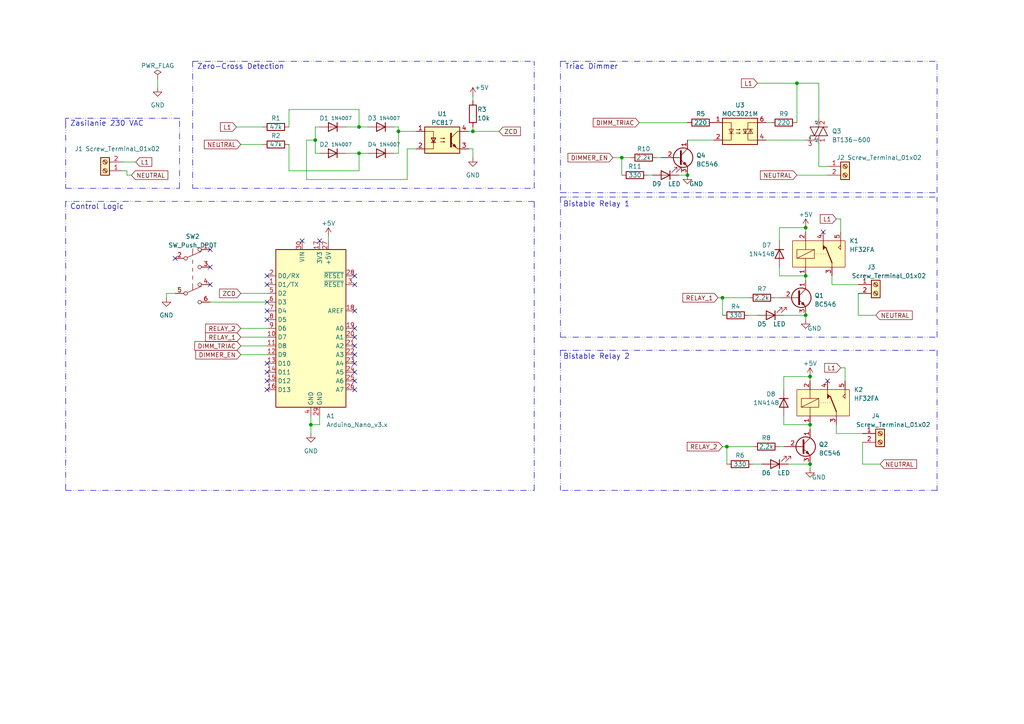
<source format=kicad_sch>
(kicad_sch
	(version 20231120)
	(generator "eeschema")
	(generator_version "8.0")
	(uuid "0518519f-5f34-4fd9-905a-d6a5ef6e19ea")
	(paper "A4")
	(title_block
		(title "Sterownik urządzeń 230 V - schemat elektryczny")
		(date "2023-04-24")
		(rev "V. 01")
		(company "Opracował: Konrad Korzeniowski")
		(comment 1 "Nr albumu: 305303")
		(comment 2 "Spejcalizacja: Systemy wbudowane")
		(comment 3 "Kierunek: Elektrotechnika")
		(comment 4 "Politechnika Warszawska")
	)
	(lib_symbols
		(symbol "Connector:Screw_Terminal_01x02"
			(pin_names
				(offset 1.016) hide)
			(exclude_from_sim no)
			(in_bom yes)
			(on_board yes)
			(property "Reference" "J"
				(at 0 2.54 0)
				(effects
					(font
						(size 1.27 1.27)
					)
				)
			)
			(property "Value" "Screw_Terminal_01x02"
				(at 0 -5.08 0)
				(effects
					(font
						(size 1.27 1.27)
					)
				)
			)
			(property "Footprint" ""
				(at 0 0 0)
				(effects
					(font
						(size 1.27 1.27)
					)
					(hide yes)
				)
			)
			(property "Datasheet" "~"
				(at 0 0 0)
				(effects
					(font
						(size 1.27 1.27)
					)
					(hide yes)
				)
			)
			(property "Description" "Generic screw terminal, single row, 01x02, script generated (kicad-library-utils/schlib/autogen/connector/)"
				(at 0 0 0)
				(effects
					(font
						(size 1.27 1.27)
					)
					(hide yes)
				)
			)
			(property "ki_keywords" "screw terminal"
				(at 0 0 0)
				(effects
					(font
						(size 1.27 1.27)
					)
					(hide yes)
				)
			)
			(property "ki_fp_filters" "TerminalBlock*:*"
				(at 0 0 0)
				(effects
					(font
						(size 1.27 1.27)
					)
					(hide yes)
				)
			)
			(symbol "Screw_Terminal_01x02_1_1"
				(rectangle
					(start -1.27 1.27)
					(end 1.27 -3.81)
					(stroke
						(width 0.254)
						(type default)
					)
					(fill
						(type background)
					)
				)
				(circle
					(center 0 -2.54)
					(radius 0.635)
					(stroke
						(width 0.1524)
						(type default)
					)
					(fill
						(type none)
					)
				)
				(polyline
					(pts
						(xy -0.5334 -2.2098) (xy 0.3302 -3.048)
					)
					(stroke
						(width 0.1524)
						(type default)
					)
					(fill
						(type none)
					)
				)
				(polyline
					(pts
						(xy -0.5334 0.3302) (xy 0.3302 -0.508)
					)
					(stroke
						(width 0.1524)
						(type default)
					)
					(fill
						(type none)
					)
				)
				(polyline
					(pts
						(xy -0.3556 -2.032) (xy 0.508 -2.8702)
					)
					(stroke
						(width 0.1524)
						(type default)
					)
					(fill
						(type none)
					)
				)
				(polyline
					(pts
						(xy -0.3556 0.508) (xy 0.508 -0.3302)
					)
					(stroke
						(width 0.1524)
						(type default)
					)
					(fill
						(type none)
					)
				)
				(circle
					(center 0 0)
					(radius 0.635)
					(stroke
						(width 0.1524)
						(type default)
					)
					(fill
						(type none)
					)
				)
				(pin passive line
					(at -5.08 0 0)
					(length 3.81)
					(name "Pin_1"
						(effects
							(font
								(size 1.27 1.27)
							)
						)
					)
					(number "1"
						(effects
							(font
								(size 1.27 1.27)
							)
						)
					)
				)
				(pin passive line
					(at -5.08 -2.54 0)
					(length 3.81)
					(name "Pin_2"
						(effects
							(font
								(size 1.27 1.27)
							)
						)
					)
					(number "2"
						(effects
							(font
								(size 1.27 1.27)
							)
						)
					)
				)
			)
		)
		(symbol "Device:LED"
			(pin_numbers hide)
			(pin_names
				(offset 1.016) hide)
			(exclude_from_sim no)
			(in_bom yes)
			(on_board yes)
			(property "Reference" "D"
				(at 0 2.54 0)
				(effects
					(font
						(size 1.27 1.27)
					)
				)
			)
			(property "Value" "LED"
				(at 0 -2.54 0)
				(effects
					(font
						(size 1.27 1.27)
					)
				)
			)
			(property "Footprint" ""
				(at 0 0 0)
				(effects
					(font
						(size 1.27 1.27)
					)
					(hide yes)
				)
			)
			(property "Datasheet" "~"
				(at 0 0 0)
				(effects
					(font
						(size 1.27 1.27)
					)
					(hide yes)
				)
			)
			(property "Description" "Light emitting diode"
				(at 0 0 0)
				(effects
					(font
						(size 1.27 1.27)
					)
					(hide yes)
				)
			)
			(property "ki_keywords" "LED diode"
				(at 0 0 0)
				(effects
					(font
						(size 1.27 1.27)
					)
					(hide yes)
				)
			)
			(property "ki_fp_filters" "LED* LED_SMD:* LED_THT:*"
				(at 0 0 0)
				(effects
					(font
						(size 1.27 1.27)
					)
					(hide yes)
				)
			)
			(symbol "LED_0_1"
				(polyline
					(pts
						(xy -1.27 -1.27) (xy -1.27 1.27)
					)
					(stroke
						(width 0.254)
						(type default)
					)
					(fill
						(type none)
					)
				)
				(polyline
					(pts
						(xy -1.27 0) (xy 1.27 0)
					)
					(stroke
						(width 0)
						(type default)
					)
					(fill
						(type none)
					)
				)
				(polyline
					(pts
						(xy 1.27 -1.27) (xy 1.27 1.27) (xy -1.27 0) (xy 1.27 -1.27)
					)
					(stroke
						(width 0.254)
						(type default)
					)
					(fill
						(type none)
					)
				)
				(polyline
					(pts
						(xy -3.048 -0.762) (xy -4.572 -2.286) (xy -3.81 -2.286) (xy -4.572 -2.286) (xy -4.572 -1.524)
					)
					(stroke
						(width 0)
						(type default)
					)
					(fill
						(type none)
					)
				)
				(polyline
					(pts
						(xy -1.778 -0.762) (xy -3.302 -2.286) (xy -2.54 -2.286) (xy -3.302 -2.286) (xy -3.302 -1.524)
					)
					(stroke
						(width 0)
						(type default)
					)
					(fill
						(type none)
					)
				)
			)
			(symbol "LED_1_1"
				(pin passive line
					(at -3.81 0 0)
					(length 2.54)
					(name "K"
						(effects
							(font
								(size 1.27 1.27)
							)
						)
					)
					(number "1"
						(effects
							(font
								(size 1.27 1.27)
							)
						)
					)
				)
				(pin passive line
					(at 3.81 0 180)
					(length 2.54)
					(name "A"
						(effects
							(font
								(size 1.27 1.27)
							)
						)
					)
					(number "2"
						(effects
							(font
								(size 1.27 1.27)
							)
						)
					)
				)
			)
		)
		(symbol "Device:R"
			(pin_numbers hide)
			(pin_names
				(offset 0)
			)
			(exclude_from_sim no)
			(in_bom yes)
			(on_board yes)
			(property "Reference" "R"
				(at 2.032 0 90)
				(effects
					(font
						(size 1.27 1.27)
					)
				)
			)
			(property "Value" "R"
				(at 0 0 90)
				(effects
					(font
						(size 1.27 1.27)
					)
				)
			)
			(property "Footprint" ""
				(at -1.778 0 90)
				(effects
					(font
						(size 1.27 1.27)
					)
					(hide yes)
				)
			)
			(property "Datasheet" "~"
				(at 0 0 0)
				(effects
					(font
						(size 1.27 1.27)
					)
					(hide yes)
				)
			)
			(property "Description" "Resistor"
				(at 0 0 0)
				(effects
					(font
						(size 1.27 1.27)
					)
					(hide yes)
				)
			)
			(property "ki_keywords" "R res resistor"
				(at 0 0 0)
				(effects
					(font
						(size 1.27 1.27)
					)
					(hide yes)
				)
			)
			(property "ki_fp_filters" "R_*"
				(at 0 0 0)
				(effects
					(font
						(size 1.27 1.27)
					)
					(hide yes)
				)
			)
			(symbol "R_0_1"
				(rectangle
					(start -1.016 -2.54)
					(end 1.016 2.54)
					(stroke
						(width 0.254)
						(type default)
					)
					(fill
						(type none)
					)
				)
			)
			(symbol "R_1_1"
				(pin passive line
					(at 0 3.81 270)
					(length 1.27)
					(name "~"
						(effects
							(font
								(size 1.27 1.27)
							)
						)
					)
					(number "1"
						(effects
							(font
								(size 1.27 1.27)
							)
						)
					)
				)
				(pin passive line
					(at 0 -3.81 90)
					(length 1.27)
					(name "~"
						(effects
							(font
								(size 1.27 1.27)
							)
						)
					)
					(number "2"
						(effects
							(font
								(size 1.27 1.27)
							)
						)
					)
				)
			)
		)
		(symbol "Diode:1N4007"
			(pin_numbers hide)
			(pin_names hide)
			(exclude_from_sim no)
			(in_bom yes)
			(on_board yes)
			(property "Reference" "D"
				(at 0 2.54 0)
				(effects
					(font
						(size 1.27 1.27)
					)
				)
			)
			(property "Value" "1N4007"
				(at 0 -2.54 0)
				(effects
					(font
						(size 1.27 1.27)
					)
				)
			)
			(property "Footprint" "Diode_THT:D_DO-41_SOD81_P10.16mm_Horizontal"
				(at 0 -4.445 0)
				(effects
					(font
						(size 1.27 1.27)
					)
					(hide yes)
				)
			)
			(property "Datasheet" "http://www.vishay.com/docs/88503/1n4001.pdf"
				(at 0 0 0)
				(effects
					(font
						(size 1.27 1.27)
					)
					(hide yes)
				)
			)
			(property "Description" "1000V 1A General Purpose Rectifier Diode, DO-41"
				(at 0 0 0)
				(effects
					(font
						(size 1.27 1.27)
					)
					(hide yes)
				)
			)
			(property "Sim.Device" "D"
				(at 0 0 0)
				(effects
					(font
						(size 1.27 1.27)
					)
					(hide yes)
				)
			)
			(property "Sim.Pins" "1=K 2=A"
				(at 0 0 0)
				(effects
					(font
						(size 1.27 1.27)
					)
					(hide yes)
				)
			)
			(property "ki_keywords" "diode"
				(at 0 0 0)
				(effects
					(font
						(size 1.27 1.27)
					)
					(hide yes)
				)
			)
			(property "ki_fp_filters" "D*DO?41*"
				(at 0 0 0)
				(effects
					(font
						(size 1.27 1.27)
					)
					(hide yes)
				)
			)
			(symbol "1N4007_0_1"
				(polyline
					(pts
						(xy -1.27 1.27) (xy -1.27 -1.27)
					)
					(stroke
						(width 0.254)
						(type default)
					)
					(fill
						(type none)
					)
				)
				(polyline
					(pts
						(xy 1.27 0) (xy -1.27 0)
					)
					(stroke
						(width 0)
						(type default)
					)
					(fill
						(type none)
					)
				)
				(polyline
					(pts
						(xy 1.27 1.27) (xy 1.27 -1.27) (xy -1.27 0) (xy 1.27 1.27)
					)
					(stroke
						(width 0.254)
						(type default)
					)
					(fill
						(type none)
					)
				)
			)
			(symbol "1N4007_1_1"
				(pin passive line
					(at -3.81 0 0)
					(length 2.54)
					(name "K"
						(effects
							(font
								(size 1.27 1.27)
							)
						)
					)
					(number "1"
						(effects
							(font
								(size 1.27 1.27)
							)
						)
					)
				)
				(pin passive line
					(at 3.81 0 180)
					(length 2.54)
					(name "A"
						(effects
							(font
								(size 1.27 1.27)
							)
						)
					)
					(number "2"
						(effects
							(font
								(size 1.27 1.27)
							)
						)
					)
				)
			)
		)
		(symbol "Diode:1N4148"
			(pin_numbers hide)
			(pin_names hide)
			(exclude_from_sim no)
			(in_bom yes)
			(on_board yes)
			(property "Reference" "D"
				(at 0 2.54 0)
				(effects
					(font
						(size 1.27 1.27)
					)
				)
			)
			(property "Value" "1N4148"
				(at 0 -2.54 0)
				(effects
					(font
						(size 1.27 1.27)
					)
				)
			)
			(property "Footprint" "Diode_THT:D_DO-35_SOD27_P7.62mm_Horizontal"
				(at 0 0 0)
				(effects
					(font
						(size 1.27 1.27)
					)
					(hide yes)
				)
			)
			(property "Datasheet" "https://assets.nexperia.com/documents/data-sheet/1N4148_1N4448.pdf"
				(at 0 0 0)
				(effects
					(font
						(size 1.27 1.27)
					)
					(hide yes)
				)
			)
			(property "Description" "100V 0.15A standard switching diode, DO-35"
				(at 0 0 0)
				(effects
					(font
						(size 1.27 1.27)
					)
					(hide yes)
				)
			)
			(property "Sim.Device" "D"
				(at 0 0 0)
				(effects
					(font
						(size 1.27 1.27)
					)
					(hide yes)
				)
			)
			(property "Sim.Pins" "1=K 2=A"
				(at 0 0 0)
				(effects
					(font
						(size 1.27 1.27)
					)
					(hide yes)
				)
			)
			(property "ki_keywords" "diode"
				(at 0 0 0)
				(effects
					(font
						(size 1.27 1.27)
					)
					(hide yes)
				)
			)
			(property "ki_fp_filters" "D*DO?35*"
				(at 0 0 0)
				(effects
					(font
						(size 1.27 1.27)
					)
					(hide yes)
				)
			)
			(symbol "1N4148_0_1"
				(polyline
					(pts
						(xy -1.27 1.27) (xy -1.27 -1.27)
					)
					(stroke
						(width 0.254)
						(type default)
					)
					(fill
						(type none)
					)
				)
				(polyline
					(pts
						(xy 1.27 0) (xy -1.27 0)
					)
					(stroke
						(width 0)
						(type default)
					)
					(fill
						(type none)
					)
				)
				(polyline
					(pts
						(xy 1.27 1.27) (xy 1.27 -1.27) (xy -1.27 0) (xy 1.27 1.27)
					)
					(stroke
						(width 0.254)
						(type default)
					)
					(fill
						(type none)
					)
				)
			)
			(symbol "1N4148_1_1"
				(pin passive line
					(at -3.81 0 0)
					(length 2.54)
					(name "K"
						(effects
							(font
								(size 1.27 1.27)
							)
						)
					)
					(number "1"
						(effects
							(font
								(size 1.27 1.27)
							)
						)
					)
				)
				(pin passive line
					(at 3.81 0 180)
					(length 2.54)
					(name "A"
						(effects
							(font
								(size 1.27 1.27)
							)
						)
					)
					(number "2"
						(effects
							(font
								(size 1.27 1.27)
							)
						)
					)
				)
			)
		)
		(symbol "Isolator:PC817"
			(pin_names
				(offset 1.016)
			)
			(exclude_from_sim no)
			(in_bom yes)
			(on_board yes)
			(property "Reference" "U"
				(at -5.08 5.08 0)
				(effects
					(font
						(size 1.27 1.27)
					)
					(justify left)
				)
			)
			(property "Value" "PC817"
				(at 0 5.08 0)
				(effects
					(font
						(size 1.27 1.27)
					)
					(justify left)
				)
			)
			(property "Footprint" "Package_DIP:DIP-4_W7.62mm"
				(at -5.08 -5.08 0)
				(effects
					(font
						(size 1.27 1.27)
						(italic yes)
					)
					(justify left)
					(hide yes)
				)
			)
			(property "Datasheet" "http://www.soselectronic.cz/a_info/resource/d/pc817.pdf"
				(at 0 0 0)
				(effects
					(font
						(size 1.27 1.27)
					)
					(justify left)
					(hide yes)
				)
			)
			(property "Description" "DC Optocoupler, Vce 35V, CTR 50-300%, DIP-4"
				(at 0 0 0)
				(effects
					(font
						(size 1.27 1.27)
					)
					(hide yes)
				)
			)
			(property "ki_keywords" "NPN DC Optocoupler"
				(at 0 0 0)
				(effects
					(font
						(size 1.27 1.27)
					)
					(hide yes)
				)
			)
			(property "ki_fp_filters" "DIP*W7.62mm*"
				(at 0 0 0)
				(effects
					(font
						(size 1.27 1.27)
					)
					(hide yes)
				)
			)
			(symbol "PC817_0_1"
				(rectangle
					(start -5.08 3.81)
					(end 5.08 -3.81)
					(stroke
						(width 0.254)
						(type default)
					)
					(fill
						(type background)
					)
				)
				(polyline
					(pts
						(xy -3.175 -0.635) (xy -1.905 -0.635)
					)
					(stroke
						(width 0.254)
						(type default)
					)
					(fill
						(type none)
					)
				)
				(polyline
					(pts
						(xy 2.54 0.635) (xy 4.445 2.54)
					)
					(stroke
						(width 0)
						(type default)
					)
					(fill
						(type none)
					)
				)
				(polyline
					(pts
						(xy 4.445 -2.54) (xy 2.54 -0.635)
					)
					(stroke
						(width 0)
						(type default)
					)
					(fill
						(type outline)
					)
				)
				(polyline
					(pts
						(xy 4.445 -2.54) (xy 5.08 -2.54)
					)
					(stroke
						(width 0)
						(type default)
					)
					(fill
						(type none)
					)
				)
				(polyline
					(pts
						(xy 4.445 2.54) (xy 5.08 2.54)
					)
					(stroke
						(width 0)
						(type default)
					)
					(fill
						(type none)
					)
				)
				(polyline
					(pts
						(xy -5.08 2.54) (xy -2.54 2.54) (xy -2.54 -0.635)
					)
					(stroke
						(width 0)
						(type default)
					)
					(fill
						(type none)
					)
				)
				(polyline
					(pts
						(xy -2.54 -0.635) (xy -2.54 -2.54) (xy -5.08 -2.54)
					)
					(stroke
						(width 0)
						(type default)
					)
					(fill
						(type none)
					)
				)
				(polyline
					(pts
						(xy 2.54 1.905) (xy 2.54 -1.905) (xy 2.54 -1.905)
					)
					(stroke
						(width 0.508)
						(type default)
					)
					(fill
						(type none)
					)
				)
				(polyline
					(pts
						(xy -2.54 -0.635) (xy -3.175 0.635) (xy -1.905 0.635) (xy -2.54 -0.635)
					)
					(stroke
						(width 0.254)
						(type default)
					)
					(fill
						(type none)
					)
				)
				(polyline
					(pts
						(xy -0.508 -0.508) (xy 0.762 -0.508) (xy 0.381 -0.635) (xy 0.381 -0.381) (xy 0.762 -0.508)
					)
					(stroke
						(width 0)
						(type default)
					)
					(fill
						(type none)
					)
				)
				(polyline
					(pts
						(xy -0.508 0.508) (xy 0.762 0.508) (xy 0.381 0.381) (xy 0.381 0.635) (xy 0.762 0.508)
					)
					(stroke
						(width 0)
						(type default)
					)
					(fill
						(type none)
					)
				)
				(polyline
					(pts
						(xy 3.048 -1.651) (xy 3.556 -1.143) (xy 4.064 -2.159) (xy 3.048 -1.651) (xy 3.048 -1.651)
					)
					(stroke
						(width 0)
						(type default)
					)
					(fill
						(type outline)
					)
				)
			)
			(symbol "PC817_1_1"
				(pin passive line
					(at -7.62 2.54 0)
					(length 2.54)
					(name "~"
						(effects
							(font
								(size 1.27 1.27)
							)
						)
					)
					(number "1"
						(effects
							(font
								(size 1.27 1.27)
							)
						)
					)
				)
				(pin passive line
					(at -7.62 -2.54 0)
					(length 2.54)
					(name "~"
						(effects
							(font
								(size 1.27 1.27)
							)
						)
					)
					(number "2"
						(effects
							(font
								(size 1.27 1.27)
							)
						)
					)
				)
				(pin passive line
					(at 7.62 -2.54 180)
					(length 2.54)
					(name "~"
						(effects
							(font
								(size 1.27 1.27)
							)
						)
					)
					(number "3"
						(effects
							(font
								(size 1.27 1.27)
							)
						)
					)
				)
				(pin passive line
					(at 7.62 2.54 180)
					(length 2.54)
					(name "~"
						(effects
							(font
								(size 1.27 1.27)
							)
						)
					)
					(number "4"
						(effects
							(font
								(size 1.27 1.27)
							)
						)
					)
				)
			)
		)
		(symbol "MCU_Module:Arduino_Nano_v3.x"
			(exclude_from_sim no)
			(in_bom yes)
			(on_board yes)
			(property "Reference" "A"
				(at -10.16 23.495 0)
				(effects
					(font
						(size 1.27 1.27)
					)
					(justify left bottom)
				)
			)
			(property "Value" "Arduino_Nano_v3.x"
				(at 5.08 -24.13 0)
				(effects
					(font
						(size 1.27 1.27)
					)
					(justify left top)
				)
			)
			(property "Footprint" "Module:Arduino_Nano"
				(at 0 0 0)
				(effects
					(font
						(size 1.27 1.27)
						(italic yes)
					)
					(hide yes)
				)
			)
			(property "Datasheet" "http://www.mouser.com/pdfdocs/Gravitech_Arduino_Nano3_0.pdf"
				(at 0 0 0)
				(effects
					(font
						(size 1.27 1.27)
					)
					(hide yes)
				)
			)
			(property "Description" "Arduino Nano v3.x"
				(at 0 0 0)
				(effects
					(font
						(size 1.27 1.27)
					)
					(hide yes)
				)
			)
			(property "ki_keywords" "Arduino nano microcontroller module USB"
				(at 0 0 0)
				(effects
					(font
						(size 1.27 1.27)
					)
					(hide yes)
				)
			)
			(property "ki_fp_filters" "Arduino*Nano*"
				(at 0 0 0)
				(effects
					(font
						(size 1.27 1.27)
					)
					(hide yes)
				)
			)
			(symbol "Arduino_Nano_v3.x_0_1"
				(rectangle
					(start -10.16 22.86)
					(end 10.16 -22.86)
					(stroke
						(width 0.254)
						(type default)
					)
					(fill
						(type background)
					)
				)
			)
			(symbol "Arduino_Nano_v3.x_1_1"
				(pin bidirectional line
					(at -12.7 12.7 0)
					(length 2.54)
					(name "D1/TX"
						(effects
							(font
								(size 1.27 1.27)
							)
						)
					)
					(number "1"
						(effects
							(font
								(size 1.27 1.27)
							)
						)
					)
				)
				(pin bidirectional line
					(at -12.7 -2.54 0)
					(length 2.54)
					(name "D7"
						(effects
							(font
								(size 1.27 1.27)
							)
						)
					)
					(number "10"
						(effects
							(font
								(size 1.27 1.27)
							)
						)
					)
				)
				(pin bidirectional line
					(at -12.7 -5.08 0)
					(length 2.54)
					(name "D8"
						(effects
							(font
								(size 1.27 1.27)
							)
						)
					)
					(number "11"
						(effects
							(font
								(size 1.27 1.27)
							)
						)
					)
				)
				(pin bidirectional line
					(at -12.7 -7.62 0)
					(length 2.54)
					(name "D9"
						(effects
							(font
								(size 1.27 1.27)
							)
						)
					)
					(number "12"
						(effects
							(font
								(size 1.27 1.27)
							)
						)
					)
				)
				(pin bidirectional line
					(at -12.7 -10.16 0)
					(length 2.54)
					(name "D10"
						(effects
							(font
								(size 1.27 1.27)
							)
						)
					)
					(number "13"
						(effects
							(font
								(size 1.27 1.27)
							)
						)
					)
				)
				(pin bidirectional line
					(at -12.7 -12.7 0)
					(length 2.54)
					(name "D11"
						(effects
							(font
								(size 1.27 1.27)
							)
						)
					)
					(number "14"
						(effects
							(font
								(size 1.27 1.27)
							)
						)
					)
				)
				(pin bidirectional line
					(at -12.7 -15.24 0)
					(length 2.54)
					(name "D12"
						(effects
							(font
								(size 1.27 1.27)
							)
						)
					)
					(number "15"
						(effects
							(font
								(size 1.27 1.27)
							)
						)
					)
				)
				(pin bidirectional line
					(at -12.7 -17.78 0)
					(length 2.54)
					(name "D13"
						(effects
							(font
								(size 1.27 1.27)
							)
						)
					)
					(number "16"
						(effects
							(font
								(size 1.27 1.27)
							)
						)
					)
				)
				(pin power_out line
					(at 2.54 25.4 270)
					(length 2.54)
					(name "3V3"
						(effects
							(font
								(size 1.27 1.27)
							)
						)
					)
					(number "17"
						(effects
							(font
								(size 1.27 1.27)
							)
						)
					)
				)
				(pin input line
					(at 12.7 5.08 180)
					(length 2.54)
					(name "AREF"
						(effects
							(font
								(size 1.27 1.27)
							)
						)
					)
					(number "18"
						(effects
							(font
								(size 1.27 1.27)
							)
						)
					)
				)
				(pin bidirectional line
					(at 12.7 0 180)
					(length 2.54)
					(name "A0"
						(effects
							(font
								(size 1.27 1.27)
							)
						)
					)
					(number "19"
						(effects
							(font
								(size 1.27 1.27)
							)
						)
					)
				)
				(pin bidirectional line
					(at -12.7 15.24 0)
					(length 2.54)
					(name "D0/RX"
						(effects
							(font
								(size 1.27 1.27)
							)
						)
					)
					(number "2"
						(effects
							(font
								(size 1.27 1.27)
							)
						)
					)
				)
				(pin bidirectional line
					(at 12.7 -2.54 180)
					(length 2.54)
					(name "A1"
						(effects
							(font
								(size 1.27 1.27)
							)
						)
					)
					(number "20"
						(effects
							(font
								(size 1.27 1.27)
							)
						)
					)
				)
				(pin bidirectional line
					(at 12.7 -5.08 180)
					(length 2.54)
					(name "A2"
						(effects
							(font
								(size 1.27 1.27)
							)
						)
					)
					(number "21"
						(effects
							(font
								(size 1.27 1.27)
							)
						)
					)
				)
				(pin bidirectional line
					(at 12.7 -7.62 180)
					(length 2.54)
					(name "A3"
						(effects
							(font
								(size 1.27 1.27)
							)
						)
					)
					(number "22"
						(effects
							(font
								(size 1.27 1.27)
							)
						)
					)
				)
				(pin bidirectional line
					(at 12.7 -10.16 180)
					(length 2.54)
					(name "A4"
						(effects
							(font
								(size 1.27 1.27)
							)
						)
					)
					(number "23"
						(effects
							(font
								(size 1.27 1.27)
							)
						)
					)
				)
				(pin bidirectional line
					(at 12.7 -12.7 180)
					(length 2.54)
					(name "A5"
						(effects
							(font
								(size 1.27 1.27)
							)
						)
					)
					(number "24"
						(effects
							(font
								(size 1.27 1.27)
							)
						)
					)
				)
				(pin bidirectional line
					(at 12.7 -15.24 180)
					(length 2.54)
					(name "A6"
						(effects
							(font
								(size 1.27 1.27)
							)
						)
					)
					(number "25"
						(effects
							(font
								(size 1.27 1.27)
							)
						)
					)
				)
				(pin bidirectional line
					(at 12.7 -17.78 180)
					(length 2.54)
					(name "A7"
						(effects
							(font
								(size 1.27 1.27)
							)
						)
					)
					(number "26"
						(effects
							(font
								(size 1.27 1.27)
							)
						)
					)
				)
				(pin power_out line
					(at 5.08 25.4 270)
					(length 2.54)
					(name "+5V"
						(effects
							(font
								(size 1.27 1.27)
							)
						)
					)
					(number "27"
						(effects
							(font
								(size 1.27 1.27)
							)
						)
					)
				)
				(pin input line
					(at 12.7 15.24 180)
					(length 2.54)
					(name "~{RESET}"
						(effects
							(font
								(size 1.27 1.27)
							)
						)
					)
					(number "28"
						(effects
							(font
								(size 1.27 1.27)
							)
						)
					)
				)
				(pin power_in line
					(at 2.54 -25.4 90)
					(length 2.54)
					(name "GND"
						(effects
							(font
								(size 1.27 1.27)
							)
						)
					)
					(number "29"
						(effects
							(font
								(size 1.27 1.27)
							)
						)
					)
				)
				(pin input line
					(at 12.7 12.7 180)
					(length 2.54)
					(name "~{RESET}"
						(effects
							(font
								(size 1.27 1.27)
							)
						)
					)
					(number "3"
						(effects
							(font
								(size 1.27 1.27)
							)
						)
					)
				)
				(pin power_in line
					(at -2.54 25.4 270)
					(length 2.54)
					(name "VIN"
						(effects
							(font
								(size 1.27 1.27)
							)
						)
					)
					(number "30"
						(effects
							(font
								(size 1.27 1.27)
							)
						)
					)
				)
				(pin power_in line
					(at 0 -25.4 90)
					(length 2.54)
					(name "GND"
						(effects
							(font
								(size 1.27 1.27)
							)
						)
					)
					(number "4"
						(effects
							(font
								(size 1.27 1.27)
							)
						)
					)
				)
				(pin bidirectional line
					(at -12.7 10.16 0)
					(length 2.54)
					(name "D2"
						(effects
							(font
								(size 1.27 1.27)
							)
						)
					)
					(number "5"
						(effects
							(font
								(size 1.27 1.27)
							)
						)
					)
				)
				(pin bidirectional line
					(at -12.7 7.62 0)
					(length 2.54)
					(name "D3"
						(effects
							(font
								(size 1.27 1.27)
							)
						)
					)
					(number "6"
						(effects
							(font
								(size 1.27 1.27)
							)
						)
					)
				)
				(pin bidirectional line
					(at -12.7 5.08 0)
					(length 2.54)
					(name "D4"
						(effects
							(font
								(size 1.27 1.27)
							)
						)
					)
					(number "7"
						(effects
							(font
								(size 1.27 1.27)
							)
						)
					)
				)
				(pin bidirectional line
					(at -12.7 2.54 0)
					(length 2.54)
					(name "D5"
						(effects
							(font
								(size 1.27 1.27)
							)
						)
					)
					(number "8"
						(effects
							(font
								(size 1.27 1.27)
							)
						)
					)
				)
				(pin bidirectional line
					(at -12.7 0 0)
					(length 2.54)
					(name "D6"
						(effects
							(font
								(size 1.27 1.27)
							)
						)
					)
					(number "9"
						(effects
							(font
								(size 1.27 1.27)
							)
						)
					)
				)
			)
		)
		(symbol "My_Lib:HF32FA"
			(exclude_from_sim no)
			(in_bom yes)
			(on_board yes)
			(property "Reference" "K"
				(at 16.51 -1.27 0)
				(effects
					(font
						(size 1.27 1.27)
					)
				)
			)
			(property "Value" "HF32FA"
				(at 19.05 -3.81 0)
				(effects
					(font
						(size 1.27 1.27)
					)
				)
			)
			(property "Footprint" ""
				(at -2.54 2.54 0)
				(effects
					(font
						(size 1.27 1.27)
					)
					(hide yes)
				)
			)
			(property "Datasheet" ""
				(at -2.54 2.54 0)
				(effects
					(font
						(size 1.27 1.27)
					)
					(hide yes)
				)
			)
			(property "Description" ""
				(at 0 0 0)
				(effects
					(font
						(size 1.27 1.27)
					)
					(hide yes)
				)
			)
			(symbol "HF32FA_0_1"
				(polyline
					(pts
						(xy 1.27 -5.08) (xy 6.35 -2.54)
					)
					(stroke
						(width 0)
						(type default)
					)
					(fill
						(type none)
					)
				)
				(polyline
					(pts
						(xy 3.81 -5.08) (xy 3.81 -7.62)
					)
					(stroke
						(width 0)
						(type default)
					)
					(fill
						(type none)
					)
				)
				(polyline
					(pts
						(xy 3.81 0) (xy 3.81 -2.54)
					)
					(stroke
						(width 0)
						(type default)
					)
					(fill
						(type none)
					)
				)
				(polyline
					(pts
						(xy 8.89 0) (xy 8.89 -2.54)
					)
					(stroke
						(width 0)
						(type default)
					)
					(fill
						(type none)
					)
				)
				(polyline
					(pts
						(xy 11.43 -6.35) (xy 11.43 -7.62)
					)
					(stroke
						(width 0)
						(type default)
					)
					(fill
						(type none)
					)
				)
				(polyline
					(pts
						(xy 13.97 0) (xy 13.97 -1.27)
					)
					(stroke
						(width 0)
						(type default)
					)
					(fill
						(type none)
					)
				)
				(rectangle
					(start 1.27 -2.54)
					(end 6.35 -5.08)
					(stroke
						(width 0)
						(type default)
					)
					(fill
						(type none)
					)
				)
			)
			(symbol "HF32FA_1_1"
				(polyline
					(pts
						(xy 6.35 -3.81) (xy 10.16 -3.81)
					)
					(stroke
						(width 0)
						(type dot)
					)
					(fill
						(type background)
					)
				)
				(polyline
					(pts
						(xy 11.43 -6.35) (xy 9.652 -1.905)
					)
					(stroke
						(width 0.3)
						(type default)
					)
					(fill
						(type none)
					)
				)
				(polyline
					(pts
						(xy 8.89 -2.54) (xy 8.89 -1.27) (xy 9.525 -1.905) (xy 8.89 -2.54)
					)
					(stroke
						(width 0)
						(type default)
					)
					(fill
						(type outline)
					)
				)
				(polyline
					(pts
						(xy 13.97 -1.27) (xy 13.97 -2.54) (xy 13.335 -1.905) (xy 13.97 -1.27)
					)
					(stroke
						(width 0)
						(type default)
					)
					(fill
						(type none)
					)
				)
				(rectangle
					(start 0 0)
					(end 15.24 -7.62)
					(stroke
						(width 0)
						(type default)
					)
					(fill
						(type background)
					)
				)
				(pin passive line
					(at 3.81 -10.16 90)
					(length 2.54)
					(name ""
						(effects
							(font
								(size 1.27 1.27)
							)
						)
					)
					(number "1"
						(effects
							(font
								(size 1.27 1.27)
							)
						)
					)
				)
				(pin passive line
					(at 3.81 2.54 270)
					(length 2.54)
					(name ""
						(effects
							(font
								(size 1.27 1.27)
							)
						)
					)
					(number "2"
						(effects
							(font
								(size 1.27 1.27)
							)
						)
					)
				)
				(pin passive line
					(at 11.43 -10.16 90)
					(length 2.54)
					(name ""
						(effects
							(font
								(size 1.27 1.27)
							)
						)
					)
					(number "3"
						(effects
							(font
								(size 1.27 1.27)
							)
						)
					)
				)
				(pin passive line
					(at 8.89 2.54 270)
					(length 2.54)
					(name ""
						(effects
							(font
								(size 1.27 1.27)
							)
						)
					)
					(number "4"
						(effects
							(font
								(size 1.27 1.27)
							)
						)
					)
				)
				(pin passive line
					(at 13.97 2.54 270)
					(length 2.54)
					(name ""
						(effects
							(font
								(size 1.27 1.27)
							)
						)
					)
					(number "5"
						(effects
							(font
								(size 1.27 1.27)
							)
						)
					)
				)
			)
		)
		(symbol "Relay_SolidState:MOC3021M"
			(exclude_from_sim no)
			(in_bom yes)
			(on_board yes)
			(property "Reference" "U"
				(at -5.334 4.826 0)
				(effects
					(font
						(size 1.27 1.27)
					)
					(justify left)
				)
			)
			(property "Value" "MOC3021M"
				(at 0 5.08 0)
				(effects
					(font
						(size 1.27 1.27)
					)
					(justify left)
				)
			)
			(property "Footprint" ""
				(at -5.08 -5.08 0)
				(effects
					(font
						(size 1.27 1.27)
						(italic yes)
					)
					(justify left)
					(hide yes)
				)
			)
			(property "Datasheet" "https://www.onsemi.com/pub/Collateral/MOC3023M-D.PDF"
				(at 0 0 0)
				(effects
					(font
						(size 1.27 1.27)
					)
					(justify left)
					(hide yes)
				)
			)
			(property "Description" "Random Phase Opto-Triac, Vdrm 400V, Ift 15mA, DIP6"
				(at 0 0 0)
				(effects
					(font
						(size 1.27 1.27)
					)
					(hide yes)
				)
			)
			(property "ki_keywords" "Opto-Triac Opto Triac Random Phase"
				(at 0 0 0)
				(effects
					(font
						(size 1.27 1.27)
					)
					(hide yes)
				)
			)
			(property "ki_fp_filters" "DIP*W7.62mm* SMDIP*W9.53mm* DIP*W10.16mm*"
				(at 0 0 0)
				(effects
					(font
						(size 1.27 1.27)
					)
					(hide yes)
				)
			)
			(symbol "MOC3021M_0_1"
				(rectangle
					(start -5.08 3.81)
					(end 5.08 -3.81)
					(stroke
						(width 0.254)
						(type default)
					)
					(fill
						(type background)
					)
				)
				(polyline
					(pts
						(xy -3.175 -0.635) (xy -1.905 -0.635)
					)
					(stroke
						(width 0)
						(type default)
					)
					(fill
						(type none)
					)
				)
				(polyline
					(pts
						(xy 1.524 -0.635) (xy 1.524 0.635)
					)
					(stroke
						(width 0)
						(type default)
					)
					(fill
						(type none)
					)
				)
				(polyline
					(pts
						(xy 3.048 0.635) (xy 3.048 -0.635)
					)
					(stroke
						(width 0)
						(type default)
					)
					(fill
						(type none)
					)
				)
				(polyline
					(pts
						(xy 2.286 -0.635) (xy 2.286 -2.54) (xy 5.08 -2.54)
					)
					(stroke
						(width 0)
						(type default)
					)
					(fill
						(type none)
					)
				)
				(polyline
					(pts
						(xy 2.286 0.635) (xy 2.286 2.54) (xy 5.08 2.54)
					)
					(stroke
						(width 0)
						(type default)
					)
					(fill
						(type none)
					)
				)
				(polyline
					(pts
						(xy -5.08 2.54) (xy -2.54 2.54) (xy -2.54 -2.54) (xy -5.08 -2.54)
					)
					(stroke
						(width 0)
						(type default)
					)
					(fill
						(type none)
					)
				)
				(polyline
					(pts
						(xy -2.54 -0.635) (xy -3.175 0.635) (xy -1.905 0.635) (xy -2.54 -0.635)
					)
					(stroke
						(width 0)
						(type default)
					)
					(fill
						(type none)
					)
				)
				(polyline
					(pts
						(xy 0.889 -0.635) (xy 3.683 -0.635) (xy 3.048 0.635) (xy 2.413 -0.635)
					)
					(stroke
						(width 0)
						(type default)
					)
					(fill
						(type none)
					)
				)
				(polyline
					(pts
						(xy 3.683 0.635) (xy 0.889 0.635) (xy 1.524 -0.635) (xy 2.159 0.635)
					)
					(stroke
						(width 0)
						(type default)
					)
					(fill
						(type none)
					)
				)
				(polyline
					(pts
						(xy -1.143 -0.508) (xy 0.127 -0.508) (xy -0.254 -0.635) (xy -0.254 -0.381) (xy 0.127 -0.508)
					)
					(stroke
						(width 0)
						(type default)
					)
					(fill
						(type none)
					)
				)
				(polyline
					(pts
						(xy -1.143 0.508) (xy 0.127 0.508) (xy -0.254 0.381) (xy -0.254 0.635) (xy 0.127 0.508)
					)
					(stroke
						(width 0)
						(type default)
					)
					(fill
						(type none)
					)
				)
			)
			(symbol "MOC3021M_1_1"
				(pin passive line
					(at -7.62 2.54 0)
					(length 2.54)
					(name "~"
						(effects
							(font
								(size 1.27 1.27)
							)
						)
					)
					(number "1"
						(effects
							(font
								(size 1.27 1.27)
							)
						)
					)
				)
				(pin passive line
					(at -7.62 -2.54 0)
					(length 2.54)
					(name "~"
						(effects
							(font
								(size 1.27 1.27)
							)
						)
					)
					(number "2"
						(effects
							(font
								(size 1.27 1.27)
							)
						)
					)
				)
				(pin no_connect line
					(at -5.08 0 0)
					(length 2.54) hide
					(name "NC"
						(effects
							(font
								(size 1.27 1.27)
							)
						)
					)
					(number "3"
						(effects
							(font
								(size 1.27 1.27)
							)
						)
					)
				)
				(pin passive line
					(at 7.62 -2.54 180)
					(length 2.54)
					(name "~"
						(effects
							(font
								(size 1.27 1.27)
							)
						)
					)
					(number "4"
						(effects
							(font
								(size 1.27 1.27)
							)
						)
					)
				)
				(pin no_connect line
					(at 5.08 0 180)
					(length 2.54) hide
					(name "NC"
						(effects
							(font
								(size 1.27 1.27)
							)
						)
					)
					(number "5"
						(effects
							(font
								(size 1.27 1.27)
							)
						)
					)
				)
				(pin passive line
					(at 7.62 2.54 180)
					(length 2.54)
					(name "~"
						(effects
							(font
								(size 1.27 1.27)
							)
						)
					)
					(number "6"
						(effects
							(font
								(size 1.27 1.27)
							)
						)
					)
				)
			)
		)
		(symbol "Switch:SW_Push_DPDT"
			(pin_names
				(offset 0) hide)
			(exclude_from_sim no)
			(in_bom yes)
			(on_board yes)
			(property "Reference" "SW"
				(at 0 8.89 0)
				(effects
					(font
						(size 1.27 1.27)
					)
				)
			)
			(property "Value" "SW_Push_DPDT"
				(at 0 -10.16 0)
				(effects
					(font
						(size 1.27 1.27)
					)
				)
			)
			(property "Footprint" ""
				(at 0 5.08 0)
				(effects
					(font
						(size 1.27 1.27)
					)
					(hide yes)
				)
			)
			(property "Datasheet" "~"
				(at 0 5.08 0)
				(effects
					(font
						(size 1.27 1.27)
					)
					(hide yes)
				)
			)
			(property "Description" "Momentary Switch, dual pole double throw"
				(at 0 0 0)
				(effects
					(font
						(size 1.27 1.27)
					)
					(hide yes)
				)
			)
			(property "ki_keywords" "switch dual-pole double-throw spdt ON-ON"
				(at 0 0 0)
				(effects
					(font
						(size 1.27 1.27)
					)
					(hide yes)
				)
			)
			(symbol "SW_Push_DPDT_0_0"
				(circle
					(center -2.032 -5.08)
					(radius 0.508)
					(stroke
						(width 0)
						(type default)
					)
					(fill
						(type none)
					)
				)
				(circle
					(center -2.032 5.08)
					(radius 0.508)
					(stroke
						(width 0)
						(type default)
					)
					(fill
						(type none)
					)
				)
				(circle
					(center 2.032 -7.62)
					(radius 0.508)
					(stroke
						(width 0)
						(type default)
					)
					(fill
						(type none)
					)
				)
				(circle
					(center 2.032 2.54)
					(radius 0.508)
					(stroke
						(width 0)
						(type default)
					)
					(fill
						(type none)
					)
				)
			)
			(symbol "SW_Push_DPDT_0_1"
				(polyline
					(pts
						(xy -1.524 -4.826) (xy 2.54 -3.048)
					)
					(stroke
						(width 0)
						(type default)
					)
					(fill
						(type none)
					)
				)
				(polyline
					(pts
						(xy -1.524 5.334) (xy 2.54 7.112)
					)
					(stroke
						(width 0)
						(type default)
					)
					(fill
						(type none)
					)
				)
				(polyline
					(pts
						(xy 0 -2.286) (xy 0 -4.064)
					)
					(stroke
						(width 0)
						(type default)
					)
					(fill
						(type none)
					)
				)
				(polyline
					(pts
						(xy 0 -1.016) (xy 0 0)
					)
					(stroke
						(width 0)
						(type default)
					)
					(fill
						(type none)
					)
				)
				(polyline
					(pts
						(xy 0 1.27) (xy 0 2.286)
					)
					(stroke
						(width 0)
						(type default)
					)
					(fill
						(type none)
					)
				)
				(polyline
					(pts
						(xy 0 3.556) (xy 0 4.572)
					)
					(stroke
						(width 0)
						(type default)
					)
					(fill
						(type none)
					)
				)
				(polyline
					(pts
						(xy 0 7.874) (xy 0 6.096)
					)
					(stroke
						(width 0)
						(type default)
					)
					(fill
						(type none)
					)
				)
				(circle
					(center 2.032 -2.54)
					(radius 0.508)
					(stroke
						(width 0)
						(type default)
					)
					(fill
						(type none)
					)
				)
				(circle
					(center 2.032 7.62)
					(radius 0.508)
					(stroke
						(width 0)
						(type default)
					)
					(fill
						(type none)
					)
				)
			)
			(symbol "SW_Push_DPDT_1_1"
				(pin passive line
					(at 5.08 7.62 180)
					(length 2.54)
					(name "A"
						(effects
							(font
								(size 1.27 1.27)
							)
						)
					)
					(number "1"
						(effects
							(font
								(size 1.27 1.27)
							)
						)
					)
				)
				(pin passive line
					(at -5.08 5.08 0)
					(length 2.54)
					(name "B"
						(effects
							(font
								(size 1.27 1.27)
							)
						)
					)
					(number "2"
						(effects
							(font
								(size 1.27 1.27)
							)
						)
					)
				)
				(pin passive line
					(at 5.08 2.54 180)
					(length 2.54)
					(name "C"
						(effects
							(font
								(size 1.27 1.27)
							)
						)
					)
					(number "3"
						(effects
							(font
								(size 1.27 1.27)
							)
						)
					)
				)
				(pin passive line
					(at 5.08 -2.54 180)
					(length 2.54)
					(name "A"
						(effects
							(font
								(size 1.27 1.27)
							)
						)
					)
					(number "4"
						(effects
							(font
								(size 1.27 1.27)
							)
						)
					)
				)
				(pin passive line
					(at -5.08 -5.08 0)
					(length 2.54)
					(name "B"
						(effects
							(font
								(size 1.27 1.27)
							)
						)
					)
					(number "5"
						(effects
							(font
								(size 1.27 1.27)
							)
						)
					)
				)
				(pin passive line
					(at 5.08 -7.62 180)
					(length 2.54)
					(name "C"
						(effects
							(font
								(size 1.27 1.27)
							)
						)
					)
					(number "6"
						(effects
							(font
								(size 1.27 1.27)
							)
						)
					)
				)
			)
		)
		(symbol "Transistor_BJT:BC546"
			(pin_names
				(offset 0) hide)
			(exclude_from_sim no)
			(in_bom yes)
			(on_board yes)
			(property "Reference" "Q"
				(at 5.08 1.905 0)
				(effects
					(font
						(size 1.27 1.27)
					)
					(justify left)
				)
			)
			(property "Value" "BC546"
				(at 5.08 0 0)
				(effects
					(font
						(size 1.27 1.27)
					)
					(justify left)
				)
			)
			(property "Footprint" "Package_TO_SOT_THT:TO-92_Inline"
				(at 5.08 -1.905 0)
				(effects
					(font
						(size 1.27 1.27)
						(italic yes)
					)
					(justify left)
					(hide yes)
				)
			)
			(property "Datasheet" "https://www.onsemi.com/pub/Collateral/BC550-D.pdf"
				(at 0 0 0)
				(effects
					(font
						(size 1.27 1.27)
					)
					(justify left)
					(hide yes)
				)
			)
			(property "Description" "0.1A Ic, 65V Vce, Small Signal NPN Transistor, TO-92"
				(at 0 0 0)
				(effects
					(font
						(size 1.27 1.27)
					)
					(hide yes)
				)
			)
			(property "ki_keywords" "NPN Transistor"
				(at 0 0 0)
				(effects
					(font
						(size 1.27 1.27)
					)
					(hide yes)
				)
			)
			(property "ki_fp_filters" "TO?92*"
				(at 0 0 0)
				(effects
					(font
						(size 1.27 1.27)
					)
					(hide yes)
				)
			)
			(symbol "BC546_0_1"
				(polyline
					(pts
						(xy 0 0) (xy 0.635 0)
					)
					(stroke
						(width 0)
						(type default)
					)
					(fill
						(type none)
					)
				)
				(polyline
					(pts
						(xy 0.635 0.635) (xy 2.54 2.54)
					)
					(stroke
						(width 0)
						(type default)
					)
					(fill
						(type none)
					)
				)
				(polyline
					(pts
						(xy 0.635 -0.635) (xy 2.54 -2.54) (xy 2.54 -2.54)
					)
					(stroke
						(width 0)
						(type default)
					)
					(fill
						(type none)
					)
				)
				(polyline
					(pts
						(xy 0.635 1.905) (xy 0.635 -1.905) (xy 0.635 -1.905)
					)
					(stroke
						(width 0.508)
						(type default)
					)
					(fill
						(type none)
					)
				)
				(polyline
					(pts
						(xy 1.27 -1.778) (xy 1.778 -1.27) (xy 2.286 -2.286) (xy 1.27 -1.778) (xy 1.27 -1.778)
					)
					(stroke
						(width 0)
						(type default)
					)
					(fill
						(type outline)
					)
				)
				(circle
					(center 1.27 0)
					(radius 2.8194)
					(stroke
						(width 0.254)
						(type default)
					)
					(fill
						(type none)
					)
				)
			)
			(symbol "BC546_1_1"
				(pin passive line
					(at 2.54 5.08 270)
					(length 2.54)
					(name "C"
						(effects
							(font
								(size 1.27 1.27)
							)
						)
					)
					(number "1"
						(effects
							(font
								(size 1.27 1.27)
							)
						)
					)
				)
				(pin input line
					(at -5.08 0 0)
					(length 5.08)
					(name "B"
						(effects
							(font
								(size 1.27 1.27)
							)
						)
					)
					(number "2"
						(effects
							(font
								(size 1.27 1.27)
							)
						)
					)
				)
				(pin passive line
					(at 2.54 -5.08 90)
					(length 2.54)
					(name "E"
						(effects
							(font
								(size 1.27 1.27)
							)
						)
					)
					(number "3"
						(effects
							(font
								(size 1.27 1.27)
							)
						)
					)
				)
			)
		)
		(symbol "Triac_Thyristor:BT136-600"
			(pin_names
				(offset 0)
			)
			(exclude_from_sim no)
			(in_bom yes)
			(on_board yes)
			(property "Reference" "Q"
				(at 5.08 1.905 0)
				(effects
					(font
						(size 1.27 1.27)
					)
					(justify left)
				)
			)
			(property "Value" "BT136-600"
				(at 5.08 0 0)
				(effects
					(font
						(size 1.27 1.27)
					)
					(justify left)
				)
			)
			(property "Footprint" "Package_TO_SOT_THT:TO-220-3_Vertical"
				(at 5.08 -1.905 0)
				(effects
					(font
						(size 1.27 1.27)
						(italic yes)
					)
					(justify left)
					(hide yes)
				)
			)
			(property "Datasheet" "http://www.micropik.com/PDF/BT136-600.pdf"
				(at 0 0 0)
				(effects
					(font
						(size 1.27 1.27)
					)
					(justify left)
					(hide yes)
				)
			)
			(property "Description" "4A RMS, 500V Off-State Voltage, Triac, TO-220"
				(at 0 0 0)
				(effects
					(font
						(size 1.27 1.27)
					)
					(hide yes)
				)
			)
			(property "ki_keywords" "Triac"
				(at 0 0 0)
				(effects
					(font
						(size 1.27 1.27)
					)
					(hide yes)
				)
			)
			(property "ki_fp_filters" "TO?220*"
				(at 0 0 0)
				(effects
					(font
						(size 1.27 1.27)
					)
					(hide yes)
				)
			)
			(symbol "BT136-600_0_1"
				(polyline
					(pts
						(xy -2.54 -1.27) (xy 2.54 -1.27)
					)
					(stroke
						(width 0.2032)
						(type default)
					)
					(fill
						(type none)
					)
				)
				(polyline
					(pts
						(xy -2.54 1.27) (xy 2.54 1.27)
					)
					(stroke
						(width 0.2032)
						(type default)
					)
					(fill
						(type none)
					)
				)
				(polyline
					(pts
						(xy -1.27 -2.54) (xy -0.635 -1.27)
					)
					(stroke
						(width 0)
						(type default)
					)
					(fill
						(type none)
					)
				)
				(polyline
					(pts
						(xy -2.54 1.27) (xy -1.27 -1.27) (xy 0 1.27)
					)
					(stroke
						(width 0.2032)
						(type default)
					)
					(fill
						(type none)
					)
				)
				(polyline
					(pts
						(xy 0 -1.27) (xy 1.27 1.27) (xy 2.54 -1.27)
					)
					(stroke
						(width 0.2032)
						(type default)
					)
					(fill
						(type none)
					)
				)
			)
			(symbol "BT136-600_1_1"
				(pin passive line
					(at 0 -3.81 90)
					(length 2.54)
					(name "A1"
						(effects
							(font
								(size 0.635 0.635)
							)
						)
					)
					(number "1"
						(effects
							(font
								(size 1.27 1.27)
							)
						)
					)
				)
				(pin passive line
					(at 0 3.81 270)
					(length 2.54)
					(name "A2"
						(effects
							(font
								(size 0.635 0.635)
							)
						)
					)
					(number "2"
						(effects
							(font
								(size 1.27 1.27)
							)
						)
					)
				)
				(pin input line
					(at -3.81 -2.54 0)
					(length 2.54)
					(name "G"
						(effects
							(font
								(size 0.635 0.635)
							)
						)
					)
					(number "3"
						(effects
							(font
								(size 1.27 1.27)
							)
						)
					)
				)
			)
		)
		(symbol "power:+5V"
			(power)
			(pin_names
				(offset 0)
			)
			(exclude_from_sim no)
			(in_bom yes)
			(on_board yes)
			(property "Reference" "#PWR"
				(at 0 -3.81 0)
				(effects
					(font
						(size 1.27 1.27)
					)
					(hide yes)
				)
			)
			(property "Value" "+5V"
				(at 0 3.556 0)
				(effects
					(font
						(size 1.27 1.27)
					)
				)
			)
			(property "Footprint" ""
				(at 0 0 0)
				(effects
					(font
						(size 1.27 1.27)
					)
					(hide yes)
				)
			)
			(property "Datasheet" ""
				(at 0 0 0)
				(effects
					(font
						(size 1.27 1.27)
					)
					(hide yes)
				)
			)
			(property "Description" "Power symbol creates a global label with name \"+5V\""
				(at 0 0 0)
				(effects
					(font
						(size 1.27 1.27)
					)
					(hide yes)
				)
			)
			(property "ki_keywords" "global power"
				(at 0 0 0)
				(effects
					(font
						(size 1.27 1.27)
					)
					(hide yes)
				)
			)
			(symbol "+5V_0_1"
				(polyline
					(pts
						(xy -0.762 1.27) (xy 0 2.54)
					)
					(stroke
						(width 0)
						(type default)
					)
					(fill
						(type none)
					)
				)
				(polyline
					(pts
						(xy 0 0) (xy 0 2.54)
					)
					(stroke
						(width 0)
						(type default)
					)
					(fill
						(type none)
					)
				)
				(polyline
					(pts
						(xy 0 2.54) (xy 0.762 1.27)
					)
					(stroke
						(width 0)
						(type default)
					)
					(fill
						(type none)
					)
				)
			)
			(symbol "+5V_1_1"
				(pin power_in line
					(at 0 0 90)
					(length 0) hide
					(name "+5V"
						(effects
							(font
								(size 1.27 1.27)
							)
						)
					)
					(number "1"
						(effects
							(font
								(size 1.27 1.27)
							)
						)
					)
				)
			)
		)
		(symbol "power:GND"
			(power)
			(pin_names
				(offset 0)
			)
			(exclude_from_sim no)
			(in_bom yes)
			(on_board yes)
			(property "Reference" "#PWR"
				(at 0 -6.35 0)
				(effects
					(font
						(size 1.27 1.27)
					)
					(hide yes)
				)
			)
			(property "Value" "GND"
				(at 0 -3.81 0)
				(effects
					(font
						(size 1.27 1.27)
					)
				)
			)
			(property "Footprint" ""
				(at 0 0 0)
				(effects
					(font
						(size 1.27 1.27)
					)
					(hide yes)
				)
			)
			(property "Datasheet" ""
				(at 0 0 0)
				(effects
					(font
						(size 1.27 1.27)
					)
					(hide yes)
				)
			)
			(property "Description" "Power symbol creates a global label with name \"GND\" , ground"
				(at 0 0 0)
				(effects
					(font
						(size 1.27 1.27)
					)
					(hide yes)
				)
			)
			(property "ki_keywords" "global power"
				(at 0 0 0)
				(effects
					(font
						(size 1.27 1.27)
					)
					(hide yes)
				)
			)
			(symbol "GND_0_1"
				(polyline
					(pts
						(xy 0 0) (xy 0 -1.27) (xy 1.27 -1.27) (xy 0 -2.54) (xy -1.27 -1.27) (xy 0 -1.27)
					)
					(stroke
						(width 0)
						(type default)
					)
					(fill
						(type none)
					)
				)
			)
			(symbol "GND_1_1"
				(pin power_in line
					(at 0 0 270)
					(length 0) hide
					(name "GND"
						(effects
							(font
								(size 1.27 1.27)
							)
						)
					)
					(number "1"
						(effects
							(font
								(size 1.27 1.27)
							)
						)
					)
				)
			)
		)
		(symbol "power:PWR_FLAG"
			(power)
			(pin_numbers hide)
			(pin_names
				(offset 0) hide)
			(exclude_from_sim no)
			(in_bom yes)
			(on_board yes)
			(property "Reference" "#FLG"
				(at 0 1.905 0)
				(effects
					(font
						(size 1.27 1.27)
					)
					(hide yes)
				)
			)
			(property "Value" "PWR_FLAG"
				(at 0 3.81 0)
				(effects
					(font
						(size 1.27 1.27)
					)
				)
			)
			(property "Footprint" ""
				(at 0 0 0)
				(effects
					(font
						(size 1.27 1.27)
					)
					(hide yes)
				)
			)
			(property "Datasheet" "~"
				(at 0 0 0)
				(effects
					(font
						(size 1.27 1.27)
					)
					(hide yes)
				)
			)
			(property "Description" "Special symbol for telling ERC where power comes from"
				(at 0 0 0)
				(effects
					(font
						(size 1.27 1.27)
					)
					(hide yes)
				)
			)
			(property "ki_keywords" "flag power"
				(at 0 0 0)
				(effects
					(font
						(size 1.27 1.27)
					)
					(hide yes)
				)
			)
			(symbol "PWR_FLAG_0_0"
				(pin power_out line
					(at 0 0 90)
					(length 0)
					(name "pwr"
						(effects
							(font
								(size 1.27 1.27)
							)
						)
					)
					(number "1"
						(effects
							(font
								(size 1.27 1.27)
							)
						)
					)
				)
			)
			(symbol "PWR_FLAG_0_1"
				(polyline
					(pts
						(xy 0 0) (xy 0 1.27) (xy -1.016 1.905) (xy 0 2.54) (xy 1.016 1.905) (xy 0 1.27)
					)
					(stroke
						(width 0)
						(type default)
					)
					(fill
						(type none)
					)
				)
			)
		)
	)
	(junction
		(at 115.57 38.1)
		(diameter 0)
		(color 0 0 0 0)
		(uuid "0bc73de6-14d0-44fd-ab6a-dfb65ce41eb4")
	)
	(junction
		(at 104.14 36.83)
		(diameter 0)
		(color 0 0 0 0)
		(uuid "16b8d0ea-b0ad-42d9-9e20-85fa4ff87020")
	)
	(junction
		(at 234.95 123.19)
		(diameter 0)
		(color 0 0 0 0)
		(uuid "1c524698-5f1b-4b1b-8480-2138b590050f")
	)
	(junction
		(at 137.16 38.1)
		(diameter 0)
		(color 0 0 0 0)
		(uuid "296cc978-5a53-4406-b734-d0eeb55c068d")
	)
	(junction
		(at 199.39 50.8)
		(diameter 0)
		(color 0 0 0 0)
		(uuid "324ea964-498a-4993-98b1-1af01287fe5b")
	)
	(junction
		(at 233.68 91.44)
		(diameter 0)
		(color 0 0 0 0)
		(uuid "4a6c89e0-581b-4633-9484-a28ade0c4231")
	)
	(junction
		(at 234.95 109.22)
		(diameter 0)
		(color 0 0 0 0)
		(uuid "4e064492-63a3-433b-b053-3eea6f190302")
	)
	(junction
		(at 209.55 86.36)
		(diameter 0)
		(color 0 0 0 0)
		(uuid "95840973-4d61-46d1-9d52-38c40c481735")
	)
	(junction
		(at 233.68 80.01)
		(diameter 0)
		(color 0 0 0 0)
		(uuid "a364237a-129e-4665-bd94-4cb091fab02c")
	)
	(junction
		(at 233.68 66.04)
		(diameter 0)
		(color 0 0 0 0)
		(uuid "a37c0e74-8198-4dbc-bc24-af16f6be4cd6")
	)
	(junction
		(at 104.14 44.45)
		(diameter 0)
		(color 0 0 0 0)
		(uuid "a793e132-17f7-4d9e-9580-489f75639d17")
	)
	(junction
		(at 234.95 134.62)
		(diameter 0)
		(color 0 0 0 0)
		(uuid "ae4a99b0-8ecf-49a9-be22-4d05fc4ee3aa")
	)
	(junction
		(at 180.34 45.72)
		(diameter 0)
		(color 0 0 0 0)
		(uuid "b3b81be6-8058-48e6-a1d9-17e476c8cb46")
	)
	(junction
		(at 231.14 24.13)
		(diameter 0)
		(color 0 0 0 0)
		(uuid "b4d47057-99bc-4f7a-a622-8e8b793c5a3a")
	)
	(junction
		(at 90.17 123.19)
		(diameter 0)
		(color 0 0 0 0)
		(uuid "de3b3a6d-2f6d-4caf-839a-86d6b9a44ddf")
	)
	(junction
		(at 91.44 40.64)
		(diameter 0)
		(color 0 0 0 0)
		(uuid "e27428e9-9c0a-4edc-85b6-4f91dd1a8114")
	)
	(junction
		(at 210.82 129.54)
		(diameter 0)
		(color 0 0 0 0)
		(uuid "fc6e5426-e6b8-42ad-977f-71cb87f0a476")
	)
	(no_connect
		(at 102.87 90.17)
		(uuid "078be128-08bb-4398-9c78-dc72dcc36f61")
	)
	(no_connect
		(at 77.47 90.17)
		(uuid "0d558a52-279e-491d-90f7-eed8a6e26396")
	)
	(no_connect
		(at 102.87 110.49)
		(uuid "1013d83d-3281-4c2d-bf65-3d49244bd193")
	)
	(no_connect
		(at 87.63 69.85)
		(uuid "129a1f16-8134-40a4-bf39-94509d1e62a0")
	)
	(no_connect
		(at 102.87 113.03)
		(uuid "1559cec6-da56-4e03-935f-0a255354ba13")
	)
	(no_connect
		(at 50.8 74.93)
		(uuid "1794db78-9f06-4fa1-b2d3-124a07bd8e0e")
	)
	(no_connect
		(at 77.47 82.55)
		(uuid "20a76243-689a-42e5-a5c3-5cb446bfe569")
	)
	(no_connect
		(at 102.87 95.25)
		(uuid "2b9bb5c1-6e34-4b15-ac74-700f7332cb3a")
	)
	(no_connect
		(at 77.47 87.63)
		(uuid "36897efc-df90-4e2c-9348-6cebd444339b")
	)
	(no_connect
		(at 102.87 97.79)
		(uuid "418293d4-bd7b-465d-a512-976cbc4db66e")
	)
	(no_connect
		(at 77.47 107.95)
		(uuid "426a50ca-f571-4606-9bf6-f7922eac66df")
	)
	(no_connect
		(at 102.87 82.55)
		(uuid "4c7d5790-6d50-47f7-af85-7b573a9d2fef")
	)
	(no_connect
		(at 77.47 80.01)
		(uuid "4e691914-9458-4506-8bc4-14c9297b7e2c")
	)
	(no_connect
		(at 60.96 82.55)
		(uuid "5dd2af85-e2eb-4479-872e-4c2725848648")
	)
	(no_connect
		(at 60.96 77.47)
		(uuid "5eb0a313-1fb1-40f8-956a-67c83b4446bd")
	)
	(no_connect
		(at 240.03 110.49)
		(uuid "5f19fb68-7818-4aac-9075-e7f418a02e55")
	)
	(no_connect
		(at 102.87 105.41)
		(uuid "5f5904b8-857f-43fb-98cc-9766357f013a")
	)
	(no_connect
		(at 238.76 67.31)
		(uuid "65219695-49d7-4f2f-bc9a-dc0357d717e3")
	)
	(no_connect
		(at 102.87 100.33)
		(uuid "71d89250-f0d8-429a-8684-fc13ea0dea58")
	)
	(no_connect
		(at 102.87 102.87)
		(uuid "907108f5-aa25-41d3-aa5c-3bffe86b62d4")
	)
	(no_connect
		(at 102.87 80.01)
		(uuid "ac7612f7-50c3-49d1-a5ab-e90f3b794ba7")
	)
	(no_connect
		(at 77.47 92.71)
		(uuid "b6adc3a9-3b51-4fd0-bcfe-461e845475a6")
	)
	(no_connect
		(at 92.71 69.85)
		(uuid "bc853329-2baa-4c35-92c0-2eb4259bc5e7")
	)
	(no_connect
		(at 77.47 105.41)
		(uuid "c0fc21d5-c8fd-4b49-a238-fd2177f17b1e")
	)
	(no_connect
		(at 77.47 113.03)
		(uuid "c3bf77ef-b88c-4324-9814-78fe437b050b")
	)
	(no_connect
		(at 102.87 107.95)
		(uuid "dd03d05f-6df5-405d-82bb-8ff612415ad6")
	)
	(no_connect
		(at 60.96 72.39)
		(uuid "e6ce6232-dd87-43cb-8e81-8194b4b62e78")
	)
	(no_connect
		(at 77.47 110.49)
		(uuid "fe31860f-c0bd-466c-9700-f58eb25f05dc")
	)
	(wire
		(pts
			(xy 104.14 31.75) (xy 83.82 31.75)
		)
		(stroke
			(width 0)
			(type default)
		)
		(uuid "0012d02e-3000-4443-b1c2-cdf2bc73e413")
	)
	(wire
		(pts
			(xy 226.06 77.47) (xy 226.06 80.01)
		)
		(stroke
			(width 0)
			(type default)
		)
		(uuid "02c637a1-c49a-4f40-92d5-4e40ac3aecc2")
	)
	(polyline
		(pts
			(xy 162.56 57.15) (xy 271.78 57.15)
		)
		(stroke
			(width 0)
			(type dash_dot_dot)
		)
		(uuid "0342f29b-718f-4831-84aa-f9538d7d2689")
	)
	(wire
		(pts
			(xy 250.19 125.73) (xy 242.57 125.73)
		)
		(stroke
			(width 0)
			(type default)
		)
		(uuid "05841e40-350e-4700-b90f-ecdcdb1f0e47")
	)
	(wire
		(pts
			(xy 69.85 95.25) (xy 77.47 95.25)
		)
		(stroke
			(width 0)
			(type default)
		)
		(uuid "09beff50-ad2e-46ae-83ac-53fffa1aebe7")
	)
	(wire
		(pts
			(xy 242.57 63.5) (xy 243.84 63.5)
		)
		(stroke
			(width 0)
			(type default)
		)
		(uuid "0a7cf89c-b650-4441-bcd3-9354cfc55973")
	)
	(wire
		(pts
			(xy 177.8 45.72) (xy 180.34 45.72)
		)
		(stroke
			(width 0)
			(type default)
		)
		(uuid "10e185a0-31e5-4dcb-8471-71803335ae05")
	)
	(wire
		(pts
			(xy 222.25 35.56) (xy 223.52 35.56)
		)
		(stroke
			(width 0)
			(type default)
		)
		(uuid "13b081b2-2860-43c9-9cd3-a3ad3f169788")
	)
	(wire
		(pts
			(xy 180.34 45.72) (xy 182.88 45.72)
		)
		(stroke
			(width 0)
			(type default)
		)
		(uuid "167f775f-e139-4fa1-a575-b0d7624de81c")
	)
	(wire
		(pts
			(xy 234.95 123.19) (xy 234.95 124.46)
		)
		(stroke
			(width 0)
			(type default)
		)
		(uuid "1a38f5a8-c0e9-468a-98fb-80b6ff275570")
	)
	(wire
		(pts
			(xy 137.16 27.94) (xy 137.16 29.21)
		)
		(stroke
			(width 0)
			(type default)
		)
		(uuid "1c6b6354-6645-4275-b8dd-ea942bc11f7b")
	)
	(wire
		(pts
			(xy 68.58 36.83) (xy 76.2 36.83)
		)
		(stroke
			(width 0)
			(type default)
		)
		(uuid "1d79d406-0b47-4f43-9948-42bcf13806fe")
	)
	(wire
		(pts
			(xy 88.9 40.64) (xy 88.9 52.07)
		)
		(stroke
			(width 0)
			(type default)
		)
		(uuid "1dc812a8-4b66-4227-878a-9c0f8c59b37a")
	)
	(wire
		(pts
			(xy 83.82 49.53) (xy 83.82 41.91)
		)
		(stroke
			(width 0)
			(type default)
		)
		(uuid "1dcc7231-0559-4fd0-9688-956f62975e1a")
	)
	(wire
		(pts
			(xy 196.85 50.8) (xy 199.39 50.8)
		)
		(stroke
			(width 0)
			(type default)
		)
		(uuid "1ec98513-f238-4ab4-9209-9cf540130b9a")
	)
	(wire
		(pts
			(xy 115.57 38.1) (xy 115.57 44.45)
		)
		(stroke
			(width 0)
			(type default)
		)
		(uuid "1f1299ce-427a-4d6f-be5f-84a9cd199bae")
	)
	(polyline
		(pts
			(xy 55.88 17.78) (xy 154.94 17.78)
		)
		(stroke
			(width 0)
			(type dash_dot_dot)
		)
		(uuid "1f5c3781-9425-45c2-9ad8-2dbc438a4517")
	)
	(wire
		(pts
			(xy 248.92 91.44) (xy 248.92 85.09)
		)
		(stroke
			(width 0)
			(type default)
		)
		(uuid "1fc3c43d-4bef-4d1d-8e7b-39ea29ad680d")
	)
	(wire
		(pts
			(xy 135.89 43.18) (xy 137.16 43.18)
		)
		(stroke
			(width 0)
			(type default)
		)
		(uuid "20333099-5412-46d2-ae84-1f1ddb4548b8")
	)
	(wire
		(pts
			(xy 237.49 24.13) (xy 237.49 34.29)
		)
		(stroke
			(width 0)
			(type default)
		)
		(uuid "209f2970-6e83-4b9a-a75c-fb254acb8a22")
	)
	(wire
		(pts
			(xy 95.25 68.58) (xy 95.25 69.85)
		)
		(stroke
			(width 0)
			(type default)
		)
		(uuid "22cc899e-ee11-49aa-8d87-88ab64da54a7")
	)
	(polyline
		(pts
			(xy 19.05 142.24) (xy 154.94 142.24)
		)
		(stroke
			(width 0)
			(type dash_dot_dot)
		)
		(uuid "24e59e6a-b94b-44c1-8f07-64e056ed4a47")
	)
	(wire
		(pts
			(xy 250.19 134.62) (xy 250.19 128.27)
		)
		(stroke
			(width 0)
			(type default)
		)
		(uuid "276d8e09-c254-43bf-aa50-98c31972e32e")
	)
	(polyline
		(pts
			(xy 162.56 101.6) (xy 271.78 101.6)
		)
		(stroke
			(width 0)
			(type dash_dot_dot)
		)
		(uuid "27c82647-1393-4cc6-98ff-e7ac80bc15d4")
	)
	(wire
		(pts
			(xy 114.3 36.83) (xy 115.57 36.83)
		)
		(stroke
			(width 0)
			(type default)
		)
		(uuid "2a7f3e36-b5fa-491e-a90b-d3f35e13b9d2")
	)
	(wire
		(pts
			(xy 45.72 22.86) (xy 45.72 25.4)
		)
		(stroke
			(width 0)
			(type default)
		)
		(uuid "2b3694df-4b11-4bec-ace7-62f41869bab9")
	)
	(wire
		(pts
			(xy 118.11 52.07) (xy 118.11 43.18)
		)
		(stroke
			(width 0)
			(type default)
		)
		(uuid "2dd84d57-ba1c-4045-a655-5fc21a70d0b1")
	)
	(polyline
		(pts
			(xy 19.05 35.56) (xy 19.05 54.61)
		)
		(stroke
			(width 0)
			(type dash_dot_dot)
		)
		(uuid "2f44bac9-306c-4abd-b8d9-a78132a10ff9")
	)
	(polyline
		(pts
			(xy 162.56 55.88) (xy 271.78 55.88)
		)
		(stroke
			(width 0)
			(type dash_dot_dot)
		)
		(uuid "2fa1f108-1a60-48fb-8f06-d49b2e067711")
	)
	(wire
		(pts
			(xy 104.14 36.83) (xy 104.14 31.75)
		)
		(stroke
			(width 0)
			(type default)
		)
		(uuid "33121f6b-bc40-4e2a-9213-c0ed13cca17e")
	)
	(wire
		(pts
			(xy 137.16 38.1) (xy 137.16 36.83)
		)
		(stroke
			(width 0)
			(type default)
		)
		(uuid "33bfa771-5955-4bfe-9ed9-223de06c0f9e")
	)
	(wire
		(pts
			(xy 91.44 44.45) (xy 92.71 44.45)
		)
		(stroke
			(width 0)
			(type default)
		)
		(uuid "35ab66bb-25c6-4033-bc8b-ff84af4af61b")
	)
	(wire
		(pts
			(xy 233.68 66.04) (xy 226.06 66.04)
		)
		(stroke
			(width 0)
			(type default)
		)
		(uuid "36fba241-28b0-4f31-9431-595dea7ff2cc")
	)
	(wire
		(pts
			(xy 222.25 40.64) (xy 233.68 40.64)
		)
		(stroke
			(width 0)
			(type default)
		)
		(uuid "3737b7a8-786f-4fe2-b2b2-bbbc70407c2d")
	)
	(wire
		(pts
			(xy 91.44 36.83) (xy 91.44 40.64)
		)
		(stroke
			(width 0)
			(type default)
		)
		(uuid "3ade55bc-9fe3-48f1-8277-e01cb6651bdf")
	)
	(wire
		(pts
			(xy 237.49 41.91) (xy 237.49 48.26)
		)
		(stroke
			(width 0)
			(type default)
		)
		(uuid "3c88bfc1-a24c-442f-aef5-3e183222d5c3")
	)
	(wire
		(pts
			(xy 36.83 50.8) (xy 38.1 50.8)
		)
		(stroke
			(width 0)
			(type default)
		)
		(uuid "3dd41465-c0c3-4ba7-b2ad-f0a0b6ee1166")
	)
	(wire
		(pts
			(xy 104.14 36.83) (xy 106.68 36.83)
		)
		(stroke
			(width 0)
			(type default)
		)
		(uuid "420c1fb9-d525-45e8-bc41-5608ce3ea51b")
	)
	(polyline
		(pts
			(xy 271.78 142.24) (xy 162.56 142.24)
		)
		(stroke
			(width 0)
			(type dash_dot_dot)
		)
		(uuid "421cb900-c3a4-4684-9214-fc928ec57aad")
	)
	(wire
		(pts
			(xy 227.33 109.22) (xy 227.33 113.03)
		)
		(stroke
			(width 0)
			(type default)
		)
		(uuid "476f89d4-5f06-494f-ac4d-79c6b7a72b03")
	)
	(polyline
		(pts
			(xy 271.78 97.79) (xy 271.78 57.15)
		)
		(stroke
			(width 0)
			(type dash_dot_dot)
		)
		(uuid "4c9048fe-88f7-442d-a77f-ee12b29ff304")
	)
	(wire
		(pts
			(xy 69.85 41.91) (xy 76.2 41.91)
		)
		(stroke
			(width 0)
			(type default)
		)
		(uuid "4e621da2-5832-4bf1-812d-db0b105a99a2")
	)
	(wire
		(pts
			(xy 227.33 91.44) (xy 233.68 91.44)
		)
		(stroke
			(width 0)
			(type default)
		)
		(uuid "5046b01e-d723-42c9-b7cb-d04e326983d0")
	)
	(wire
		(pts
			(xy 187.96 50.8) (xy 189.23 50.8)
		)
		(stroke
			(width 0)
			(type default)
		)
		(uuid "51007deb-0cf4-4b58-ba03-cad60776a245")
	)
	(wire
		(pts
			(xy 233.68 80.01) (xy 233.68 81.28)
		)
		(stroke
			(width 0)
			(type default)
		)
		(uuid "51c106a0-0376-41e2-9ce2-3d27358f2967")
	)
	(polyline
		(pts
			(xy 19.05 54.61) (xy 52.07 54.61)
		)
		(stroke
			(width 0)
			(type dash_dot_dot)
		)
		(uuid "5321b8ac-632c-4e00-b4bf-17ddf2c2e773")
	)
	(wire
		(pts
			(xy 241.3 82.55) (xy 241.3 80.01)
		)
		(stroke
			(width 0)
			(type default)
		)
		(uuid "558c2644-6d68-42f6-aa56-2a28ed4023d9")
	)
	(wire
		(pts
			(xy 180.34 45.72) (xy 180.34 50.8)
		)
		(stroke
			(width 0)
			(type default)
		)
		(uuid "575910b5-7fb0-4b79-a7ba-e5c0bd883c40")
	)
	(wire
		(pts
			(xy 137.16 38.1) (xy 144.78 38.1)
		)
		(stroke
			(width 0)
			(type default)
		)
		(uuid "5860c7b2-7bc9-4d29-8ea8-a7cd6344e16f")
	)
	(wire
		(pts
			(xy 48.26 85.09) (xy 50.8 85.09)
		)
		(stroke
			(width 0)
			(type default)
		)
		(uuid "5b744c7c-30d1-465d-ad9d-c7bd1446baf4")
	)
	(wire
		(pts
			(xy 69.85 97.79) (xy 77.47 97.79)
		)
		(stroke
			(width 0)
			(type default)
		)
		(uuid "5c03756a-e8ba-4d17-a4f7-b3f1b6535192")
	)
	(wire
		(pts
			(xy 69.85 85.09) (xy 77.47 85.09)
		)
		(stroke
			(width 0)
			(type default)
		)
		(uuid "5d54ef72-1313-410f-a376-29e391e3efda")
	)
	(wire
		(pts
			(xy 227.33 123.19) (xy 234.95 123.19)
		)
		(stroke
			(width 0)
			(type default)
		)
		(uuid "5dfbd2de-e039-49ed-8c28-621fc9073914")
	)
	(polyline
		(pts
			(xy 19.05 58.42) (xy 19.05 142.24)
		)
		(stroke
			(width 0)
			(type dash_dot_dot)
		)
		(uuid "61eb256f-50f8-4933-8342-46eb9d2e648f")
	)
	(wire
		(pts
			(xy 48.26 86.36) (xy 48.26 85.09)
		)
		(stroke
			(width 0)
			(type default)
		)
		(uuid "64deeefe-a485-4fe7-9d53-2500d415db5b")
	)
	(wire
		(pts
			(xy 242.57 125.73) (xy 242.57 123.19)
		)
		(stroke
			(width 0)
			(type default)
		)
		(uuid "65d7ca70-bebe-4cd8-818d-ddc0060cf93e")
	)
	(wire
		(pts
			(xy 209.55 86.36) (xy 209.55 91.44)
		)
		(stroke
			(width 0)
			(type default)
		)
		(uuid "6acaff8c-156d-43bd-877b-7793f2656513")
	)
	(wire
		(pts
			(xy 243.84 106.68) (xy 245.11 106.68)
		)
		(stroke
			(width 0)
			(type default)
		)
		(uuid "6cc8fc0a-f888-49f2-b459-d8d112788c4b")
	)
	(wire
		(pts
			(xy 91.44 40.64) (xy 88.9 40.64)
		)
		(stroke
			(width 0)
			(type default)
		)
		(uuid "6d46e30b-cefc-4c24-b395-4c08b960807f")
	)
	(wire
		(pts
			(xy 35.56 46.99) (xy 39.37 46.99)
		)
		(stroke
			(width 0)
			(type default)
		)
		(uuid "700349ce-5db2-4f03-8216-0b6a0b7f264a")
	)
	(wire
		(pts
			(xy 137.16 43.18) (xy 137.16 45.72)
		)
		(stroke
			(width 0)
			(type default)
		)
		(uuid "71495229-51a5-4a14-b73b-0f2b78303959")
	)
	(wire
		(pts
			(xy 234.95 109.22) (xy 234.95 110.49)
		)
		(stroke
			(width 0)
			(type default)
		)
		(uuid "73a004cd-4e88-4f86-bc3f-d46a3c0dd69a")
	)
	(wire
		(pts
			(xy 226.06 66.04) (xy 226.06 69.85)
		)
		(stroke
			(width 0)
			(type default)
		)
		(uuid "73deed7a-0f54-42da-8a38-f1c81e3ec623")
	)
	(polyline
		(pts
			(xy 52.07 54.61) (xy 52.07 34.29)
		)
		(stroke
			(width 0)
			(type dash_dot_dot)
		)
		(uuid "78a13e56-acde-4d87-bb56-38bef2efa268")
	)
	(wire
		(pts
			(xy 92.71 120.65) (xy 92.71 123.19)
		)
		(stroke
			(width 0)
			(type default)
		)
		(uuid "799a224d-b37b-4bfb-aeec-f778feff50e0")
	)
	(wire
		(pts
			(xy 237.49 48.26) (xy 240.03 48.26)
		)
		(stroke
			(width 0)
			(type default)
		)
		(uuid "79e018d2-6bb0-48f9-ab5d-71915298bd43")
	)
	(wire
		(pts
			(xy 115.57 36.83) (xy 115.57 38.1)
		)
		(stroke
			(width 0)
			(type default)
		)
		(uuid "7abfdbaf-665f-4c4e-827d-c04d3cf1ed48")
	)
	(wire
		(pts
			(xy 224.79 86.36) (xy 226.06 86.36)
		)
		(stroke
			(width 0)
			(type default)
		)
		(uuid "8147786d-3bc0-455f-b474-b96bbc160aeb")
	)
	(wire
		(pts
			(xy 231.14 24.13) (xy 237.49 24.13)
		)
		(stroke
			(width 0)
			(type default)
		)
		(uuid "815a9795-d4df-4da4-b922-6572d918c53b")
	)
	(wire
		(pts
			(xy 100.33 44.45) (xy 104.14 44.45)
		)
		(stroke
			(width 0)
			(type default)
		)
		(uuid "81bdf898-f132-40dc-8fc4-f125eb93f729")
	)
	(wire
		(pts
			(xy 209.55 86.36) (xy 217.17 86.36)
		)
		(stroke
			(width 0)
			(type default)
		)
		(uuid "8277ed9a-1d48-41ef-9e5f-d67e62726bde")
	)
	(polyline
		(pts
			(xy 55.88 17.78) (xy 55.88 54.61)
		)
		(stroke
			(width 0)
			(type dash_dot_dot)
		)
		(uuid "843d6f8c-d9d0-4f67-8060-09dcf752eaed")
	)
	(wire
		(pts
			(xy 209.55 129.54) (xy 210.82 129.54)
		)
		(stroke
			(width 0)
			(type default)
		)
		(uuid "853fb8e3-e1c8-4e15-9f20-f80c2d4e6fb8")
	)
	(polyline
		(pts
			(xy 154.94 142.24) (xy 154.94 58.42)
		)
		(stroke
			(width 0)
			(type dash_dot_dot)
		)
		(uuid "88e0cc55-7d6c-4586-8306-ba577a6e2776")
	)
	(wire
		(pts
			(xy 118.11 43.18) (xy 120.65 43.18)
		)
		(stroke
			(width 0)
			(type default)
		)
		(uuid "8a3c072d-81bf-4bb7-be2b-a63f7cdcd891")
	)
	(wire
		(pts
			(xy 233.68 66.04) (xy 233.68 67.31)
		)
		(stroke
			(width 0)
			(type default)
		)
		(uuid "8a61316b-3a0b-480a-b64d-8b50cb0fd864")
	)
	(wire
		(pts
			(xy 185.42 35.56) (xy 199.39 35.56)
		)
		(stroke
			(width 0)
			(type default)
		)
		(uuid "8a7e3d20-6929-4987-a7a7-4ffbd4d81558")
	)
	(wire
		(pts
			(xy 35.56 49.53) (xy 36.83 49.53)
		)
		(stroke
			(width 0)
			(type default)
		)
		(uuid "8d51443c-2e64-4036-9060-f6c8377abdaa")
	)
	(wire
		(pts
			(xy 254 91.44) (xy 248.92 91.44)
		)
		(stroke
			(width 0)
			(type default)
		)
		(uuid "901a3322-8c77-47ca-82ba-939636d28f50")
	)
	(wire
		(pts
			(xy 92.71 36.83) (xy 91.44 36.83)
		)
		(stroke
			(width 0)
			(type default)
		)
		(uuid "93803650-55bc-42e4-9953-7f60578fc351")
	)
	(wire
		(pts
			(xy 228.6 134.62) (xy 234.95 134.62)
		)
		(stroke
			(width 0)
			(type default)
		)
		(uuid "939c1c50-578b-4c4a-82dc-a4aa57042e02")
	)
	(polyline
		(pts
			(xy 162.56 57.15) (xy 162.56 97.79)
		)
		(stroke
			(width 0)
			(type dash_dot_dot)
		)
		(uuid "93d5f3fa-4ba2-4a5b-a9ff-071374948a1c")
	)
	(wire
		(pts
			(xy 115.57 44.45) (xy 114.3 44.45)
		)
		(stroke
			(width 0)
			(type default)
		)
		(uuid "9562bfd5-c168-4dff-a271-34a094d22d0e")
	)
	(wire
		(pts
			(xy 210.82 129.54) (xy 210.82 134.62)
		)
		(stroke
			(width 0)
			(type default)
		)
		(uuid "97410243-c267-494f-98f2-eb676d97b984")
	)
	(polyline
		(pts
			(xy 162.56 97.79) (xy 271.78 97.79)
		)
		(stroke
			(width 0)
			(type dash_dot_dot)
		)
		(uuid "9bdafa9c-7843-4046-954d-df9dba05bf77")
	)
	(wire
		(pts
			(xy 231.14 50.8) (xy 240.03 50.8)
		)
		(stroke
			(width 0)
			(type default)
		)
		(uuid "9ee4dc41-a562-4375-b1c8-426572ce6a73")
	)
	(polyline
		(pts
			(xy 162.56 101.6) (xy 162.56 142.24)
		)
		(stroke
			(width 0)
			(type dash_dot_dot)
		)
		(uuid "9f373157-c630-4d4d-9b55-b241ed80e4e0")
	)
	(wire
		(pts
			(xy 243.84 63.5) (xy 243.84 67.31)
		)
		(stroke
			(width 0)
			(type default)
		)
		(uuid "9f478a55-c789-47c4-a463-b8b2530996b6")
	)
	(wire
		(pts
			(xy 233.68 91.44) (xy 233.68 92.71)
		)
		(stroke
			(width 0)
			(type default)
		)
		(uuid "a01aad91-c706-4add-8a86-fc9eb5756c7b")
	)
	(wire
		(pts
			(xy 91.44 40.64) (xy 91.44 44.45)
		)
		(stroke
			(width 0)
			(type default)
		)
		(uuid "a26b2c9d-74e3-4ab6-bc2c-ecd274c1f8a5")
	)
	(wire
		(pts
			(xy 234.95 109.22) (xy 227.33 109.22)
		)
		(stroke
			(width 0)
			(type default)
		)
		(uuid "a308065a-fa11-4d0c-b7e3-e6799151b27e")
	)
	(wire
		(pts
			(xy 104.14 44.45) (xy 106.68 44.45)
		)
		(stroke
			(width 0)
			(type default)
		)
		(uuid "a8bea6ad-7803-495b-a8e7-020ff507025d")
	)
	(wire
		(pts
			(xy 218.44 134.62) (xy 220.98 134.62)
		)
		(stroke
			(width 0)
			(type default)
		)
		(uuid "abe75ed2-c9a0-4d58-9063-c9d6218ecda7")
	)
	(wire
		(pts
			(xy 60.96 87.63) (xy 77.47 87.63)
		)
		(stroke
			(width 0)
			(type default)
		)
		(uuid "ad5d057c-0693-43b3-9e40-77c3d4449e7e")
	)
	(polyline
		(pts
			(xy 154.94 54.61) (xy 154.94 17.78)
		)
		(stroke
			(width 0)
			(type dash_dot_dot)
		)
		(uuid "afc3104d-4201-4ab6-b647-ca795e185520")
	)
	(polyline
		(pts
			(xy 271.78 101.6) (xy 271.78 142.24)
		)
		(stroke
			(width 0)
			(type dash_dot_dot)
		)
		(uuid "b35c4860-6f1f-46e9-b040-54ce4783e2b6")
	)
	(wire
		(pts
			(xy 227.33 120.65) (xy 227.33 123.19)
		)
		(stroke
			(width 0)
			(type default)
		)
		(uuid "b62f6323-8eb3-4f16-afca-8eb94985dddd")
	)
	(wire
		(pts
			(xy 92.71 123.19) (xy 90.17 123.19)
		)
		(stroke
			(width 0)
			(type default)
		)
		(uuid "b883f612-138d-41ab-8f74-bc2409cfe905")
	)
	(polyline
		(pts
			(xy 162.56 17.78) (xy 271.78 17.78)
		)
		(stroke
			(width 0)
			(type dash_dot_dot)
		)
		(uuid "b9470b2f-0e31-4071-951a-bcf82b45acbc")
	)
	(wire
		(pts
			(xy 135.89 38.1) (xy 137.16 38.1)
		)
		(stroke
			(width 0)
			(type default)
		)
		(uuid "ba5f43ff-4adb-4a3b-bca8-4125b8fb9082")
	)
	(wire
		(pts
			(xy 199.39 40.64) (xy 207.01 40.64)
		)
		(stroke
			(width 0)
			(type default)
		)
		(uuid "bca0af12-8355-4797-800f-1ec126dcd773")
	)
	(polyline
		(pts
			(xy 271.78 55.88) (xy 271.78 17.78)
		)
		(stroke
			(width 0)
			(type dash_dot_dot)
		)
		(uuid "bca33a43-f866-43a0-a191-615785c16829")
	)
	(wire
		(pts
			(xy 208.28 86.36) (xy 209.55 86.36)
		)
		(stroke
			(width 0)
			(type default)
		)
		(uuid "bddf8211-56c0-47a8-afe5-dfdca3162ce9")
	)
	(wire
		(pts
			(xy 100.33 36.83) (xy 104.14 36.83)
		)
		(stroke
			(width 0)
			(type default)
		)
		(uuid "be0a4a0c-1fff-4811-b965-d0eacd2b2ae1")
	)
	(wire
		(pts
			(xy 245.11 106.68) (xy 245.11 110.49)
		)
		(stroke
			(width 0)
			(type default)
		)
		(uuid "be55acd2-4f18-4cd0-b9d5-c1c3619db28d")
	)
	(wire
		(pts
			(xy 226.06 80.01) (xy 233.68 80.01)
		)
		(stroke
			(width 0)
			(type default)
		)
		(uuid "c0d54ae4-b03e-4ba6-9109-3e773f90eb29")
	)
	(wire
		(pts
			(xy 234.95 134.62) (xy 234.95 135.89)
		)
		(stroke
			(width 0)
			(type default)
		)
		(uuid "c95c32f7-9974-4f73-927e-9a1aa9eed16b")
	)
	(polyline
		(pts
			(xy 55.88 54.61) (xy 154.94 54.61)
		)
		(stroke
			(width 0)
			(type dash_dot_dot)
		)
		(uuid "ca77f042-c9fa-4dba-95cf-120765a7544e")
	)
	(wire
		(pts
			(xy 104.14 44.45) (xy 104.14 49.53)
		)
		(stroke
			(width 0)
			(type default)
		)
		(uuid "ca9c6d0c-4dfb-43aa-beee-1420db1a6d2a")
	)
	(wire
		(pts
			(xy 69.85 100.33) (xy 77.47 100.33)
		)
		(stroke
			(width 0)
			(type default)
		)
		(uuid "ce007721-2ade-4b5e-9283-d7b3c984def8")
	)
	(wire
		(pts
			(xy 90.17 120.65) (xy 90.17 123.19)
		)
		(stroke
			(width 0)
			(type default)
		)
		(uuid "d23f58e8-2d32-45c3-a9c4-34642bb6d958")
	)
	(wire
		(pts
			(xy 83.82 31.75) (xy 83.82 36.83)
		)
		(stroke
			(width 0)
			(type default)
		)
		(uuid "d34b26f3-e791-4bab-8352-0c6164450b35")
	)
	(wire
		(pts
			(xy 219.71 24.13) (xy 231.14 24.13)
		)
		(stroke
			(width 0)
			(type default)
		)
		(uuid "d394253c-5faf-4457-93fd-0cfa9b6bf6f1")
	)
	(wire
		(pts
			(xy 36.83 49.53) (xy 36.83 50.8)
		)
		(stroke
			(width 0)
			(type default)
		)
		(uuid "d48aa16e-e1c7-4982-911c-e01be5c6186c")
	)
	(polyline
		(pts
			(xy 154.94 58.42) (xy 19.05 58.42)
		)
		(stroke
			(width 0)
			(type dash_dot_dot)
		)
		(uuid "d78111ad-e74c-462e-9520-69cb73e1c7fc")
	)
	(wire
		(pts
			(xy 69.85 102.87) (xy 77.47 102.87)
		)
		(stroke
			(width 0)
			(type default)
		)
		(uuid "d7c528c2-d3e8-4d5e-be83-91c8c686bc50")
	)
	(wire
		(pts
			(xy 115.57 38.1) (xy 120.65 38.1)
		)
		(stroke
			(width 0)
			(type default)
		)
		(uuid "d88e70f5-64a7-4c00-bb99-2a9ec782e191")
	)
	(wire
		(pts
			(xy 217.17 91.44) (xy 219.71 91.44)
		)
		(stroke
			(width 0)
			(type default)
		)
		(uuid "da64b2b6-ca62-4d79-b333-1cdf31050c9e")
	)
	(polyline
		(pts
			(xy 52.07 34.29) (xy 19.05 34.29)
		)
		(stroke
			(width 0)
			(type dash_dot_dot)
		)
		(uuid "db38a857-d1dd-445e-abab-f75ddad7db22")
	)
	(wire
		(pts
			(xy 226.06 129.54) (xy 227.33 129.54)
		)
		(stroke
			(width 0)
			(type default)
		)
		(uuid "dcd9ae25-0e06-42ff-b331-7995af56e8bc")
	)
	(wire
		(pts
			(xy 104.14 49.53) (xy 83.82 49.53)
		)
		(stroke
			(width 0)
			(type default)
		)
		(uuid "de81a2c7-ecbb-4c89-97bd-f039fa186326")
	)
	(wire
		(pts
			(xy 90.17 123.19) (xy 90.17 125.73)
		)
		(stroke
			(width 0)
			(type default)
		)
		(uuid "e052291a-40bb-462e-8141-d2a1d5c92bdc")
	)
	(wire
		(pts
			(xy 190.5 45.72) (xy 191.77 45.72)
		)
		(stroke
			(width 0)
			(type default)
		)
		(uuid "ea28ab1b-f4b6-4ac2-9244-a0a3aa32c7c5")
	)
	(wire
		(pts
			(xy 231.14 24.13) (xy 231.14 35.56)
		)
		(stroke
			(width 0)
			(type default)
		)
		(uuid "ebd683d1-f3a7-426b-9a74-13ea73857f3f")
	)
	(polyline
		(pts
			(xy 162.56 17.78) (xy 162.56 55.88)
		)
		(stroke
			(width 0)
			(type dash_dot_dot)
		)
		(uuid "ed0d1426-9e9b-4f4d-aae4-2c8921ae16ec")
	)
	(wire
		(pts
			(xy 210.82 129.54) (xy 218.44 129.54)
		)
		(stroke
			(width 0)
			(type default)
		)
		(uuid "f6161619-c4bd-4981-be13-a0e512e39993")
	)
	(wire
		(pts
			(xy 248.92 82.55) (xy 241.3 82.55)
		)
		(stroke
			(width 0)
			(type default)
		)
		(uuid "fb717439-4321-40db-9434-1876f6a11fc8")
	)
	(wire
		(pts
			(xy 255.27 134.62) (xy 250.19 134.62)
		)
		(stroke
			(width 0)
			(type default)
		)
		(uuid "fc6d3af2-3544-40c3-a9b1-1967af44768e")
	)
	(polyline
		(pts
			(xy 19.05 34.29) (xy 19.05 36.83)
		)
		(stroke
			(width 0)
			(type dash_dot_dot)
		)
		(uuid "fea25563-b2b9-47e5-9584-49f5acac2774")
	)
	(wire
		(pts
			(xy 88.9 52.07) (xy 118.11 52.07)
		)
		(stroke
			(width 0)
			(type default)
		)
		(uuid "feaa9bdf-47f7-4488-a747-f94ca376d3e0")
	)
	(text "Control Logic"
		(exclude_from_sim no)
		(at 20.32 60.96 0)
		(effects
			(font
				(size 1.524 1.524)
			)
			(justify left bottom)
		)
		(uuid "237c0dcc-f5c7-4748-bf91-e9aede5fe207")
	)
	(text "Zasilanie 230 VAC"
		(exclude_from_sim no)
		(at 20.32 36.83 0)
		(effects
			(font
				(size 1.524 1.524)
			)
			(justify left bottom)
		)
		(uuid "2e277fb8-8496-4301-9cab-a1aee6040518")
	)
	(text "Bistable Relay 1\n"
		(exclude_from_sim no)
		(at 163.322 60.198 0)
		(effects
			(font
				(size 1.524 1.524)
			)
			(justify left bottom)
		)
		(uuid "42d9e63a-39fc-44e1-b7c5-bf1e57f8e781")
	)
	(text "Triac Dimmer"
		(exclude_from_sim no)
		(at 163.83 20.32 0)
		(effects
			(font
				(size 1.524 1.524)
			)
			(justify left bottom)
		)
		(uuid "6bcc5879-1b6a-4d89-9931-26f780455d99")
	)
	(text "Bistable Relay 2"
		(exclude_from_sim no)
		(at 163.322 104.394 0)
		(effects
			(font
				(size 1.524 1.524)
			)
			(justify left bottom)
		)
		(uuid "73bbb9f5-4755-4b9e-a3ce-101f022950b1")
	)
	(text "Zero-Cross Detection"
		(exclude_from_sim no)
		(at 57.15 20.32 0)
		(effects
			(font
				(size 1.524 1.524)
			)
			(justify left bottom)
		)
		(uuid "f8fdf58c-e4ea-402e-b0d8-6f30ec701c6d")
	)
	(global_label "RELAY_1"
		(shape input)
		(at 69.85 97.79 180)
		(fields_autoplaced yes)
		(effects
			(font
				(size 1.27 1.27)
			)
			(justify right)
		)
		(uuid "0af5e71c-3955-4f1e-ac75-c8748fb07026")
		(property "Intersheetrefs" "${INTERSHEET_REFS}"
			(at 59.1428 97.79 0)
			(effects
				(font
					(size 1.27 1.27)
				)
				(justify right)
				(hide yes)
			)
		)
	)
	(global_label "NEUTRAL"
		(shape input)
		(at 231.14 50.8 180)
		(fields_autoplaced yes)
		(effects
			(font
				(size 1.27 1.27)
			)
			(justify right)
		)
		(uuid "0c7a6b42-863f-4cf4-84d3-053cb3bf8cd5")
		(property "Intersheetrefs" "${INTERSHEET_REFS}"
			(at 220.0699 50.8 0)
			(effects
				(font
					(size 1.27 1.27)
				)
				(justify right)
				(hide yes)
			)
		)
	)
	(global_label "DIMMER_EN"
		(shape input)
		(at 69.85 102.87 180)
		(fields_autoplaced yes)
		(effects
			(font
				(size 1.27 1.27)
			)
			(justify right)
		)
		(uuid "0e1bfe03-0326-4517-88c2-6780c541e877")
		(property "Intersheetrefs" "${INTERSHEET_REFS}"
			(at 56.3005 102.87 0)
			(effects
				(font
					(size 1.27 1.27)
				)
				(justify right)
				(hide yes)
			)
		)
	)
	(global_label "ZCD"
		(shape input)
		(at 69.85 85.09 180)
		(fields_autoplaced yes)
		(effects
			(font
				(size 1.27 1.27)
			)
			(justify right)
		)
		(uuid "1ee23248-7a16-4247-bf13-22098bbae82a")
		(property "Intersheetrefs" "${INTERSHEET_REFS}"
			(at 63.1947 85.09 0)
			(effects
				(font
					(size 1.27 1.27)
				)
				(justify right)
				(hide yes)
			)
		)
	)
	(global_label "DIMM_TRIAC"
		(shape input)
		(at 69.85 100.33 180)
		(fields_autoplaced yes)
		(effects
			(font
				(size 1.27 1.27)
			)
			(justify right)
		)
		(uuid "2782ad6a-3825-4e03-85ef-b9b3e5bdc8c1")
		(property "Intersheetrefs" "${INTERSHEET_REFS}"
			(at 55.998 100.33 0)
			(effects
				(font
					(size 1.27 1.27)
				)
				(justify right)
				(hide yes)
			)
		)
	)
	(global_label "L1"
		(shape input)
		(at 68.58 36.83 180)
		(fields_autoplaced yes)
		(effects
			(font
				(size 1.27 1.27)
			)
			(justify right)
		)
		(uuid "2bc9a50c-6d11-4a3f-a6f7-945b195b472b")
		(property "Intersheetrefs" "${INTERSHEET_REFS}"
			(at 63.4366 36.83 0)
			(effects
				(font
					(size 1.27 1.27)
				)
				(justify right)
				(hide yes)
			)
		)
	)
	(global_label "L1"
		(shape input)
		(at 243.84 106.68 180)
		(fields_autoplaced yes)
		(effects
			(font
				(size 1.27 1.27)
			)
			(justify right)
		)
		(uuid "2e82ef99-bc7a-422c-b71a-0ca65f053b23")
		(property "Intersheetrefs" "${INTERSHEET_REFS}"
			(at 238.6966 106.68 0)
			(effects
				(font
					(size 1.27 1.27)
				)
				(justify right)
				(hide yes)
			)
		)
	)
	(global_label "L1"
		(shape input)
		(at 242.57 63.5 180)
		(fields_autoplaced yes)
		(effects
			(font
				(size 1.27 1.27)
			)
			(justify right)
		)
		(uuid "4db5dac8-e971-49a7-a824-479f11d1c322")
		(property "Intersheetrefs" "${INTERSHEET_REFS}"
			(at 237.4266 63.5 0)
			(effects
				(font
					(size 1.27 1.27)
				)
				(justify right)
				(hide yes)
			)
		)
	)
	(global_label "RELAY_1"
		(shape input)
		(at 208.28 86.36 180)
		(fields_autoplaced yes)
		(effects
			(font
				(size 1.27 1.27)
			)
			(justify right)
		)
		(uuid "683e25da-9a12-4c0f-b618-fb81f382c537")
		(property "Intersheetrefs" "${INTERSHEET_REFS}"
			(at 197.5728 86.36 0)
			(effects
				(font
					(size 1.27 1.27)
				)
				(justify right)
				(hide yes)
			)
		)
	)
	(global_label "NEUTRAL"
		(shape input)
		(at 255.27 134.62 0)
		(fields_autoplaced yes)
		(effects
			(font
				(size 1.27 1.27)
			)
			(justify left)
		)
		(uuid "7b5bd47d-956b-4bd7-8efc-cde3444dfb2a")
		(property "Intersheetrefs" "${INTERSHEET_REFS}"
			(at 266.3401 134.62 0)
			(effects
				(font
					(size 1.27 1.27)
				)
				(justify left)
				(hide yes)
			)
		)
	)
	(global_label "RELAY_2"
		(shape input)
		(at 209.55 129.54 180)
		(fields_autoplaced yes)
		(effects
			(font
				(size 1.27 1.27)
			)
			(justify right)
		)
		(uuid "95db9c8f-5975-4326-8ae0-aa139927020f")
		(property "Intersheetrefs" "${INTERSHEET_REFS}"
			(at 198.8428 129.54 0)
			(effects
				(font
					(size 1.27 1.27)
				)
				(justify right)
				(hide yes)
			)
		)
	)
	(global_label "L1"
		(shape input)
		(at 219.71 24.13 180)
		(fields_autoplaced yes)
		(effects
			(font
				(size 1.27 1.27)
			)
			(justify right)
		)
		(uuid "a5aebc0c-edbd-4154-af20-e935eb378838")
		(property "Intersheetrefs" "${INTERSHEET_REFS}"
			(at 214.5666 24.13 0)
			(effects
				(font
					(size 1.27 1.27)
				)
				(justify right)
				(hide yes)
			)
		)
	)
	(global_label "DIMMER_EN"
		(shape input)
		(at 177.8 45.72 180)
		(fields_autoplaced yes)
		(effects
			(font
				(size 1.27 1.27)
			)
			(justify right)
		)
		(uuid "a71f1b33-f4d9-4b85-baab-da48eb430606")
		(property "Intersheetrefs" "${INTERSHEET_REFS}"
			(at 164.2505 45.72 0)
			(effects
				(font
					(size 1.27 1.27)
				)
				(justify right)
				(hide yes)
			)
		)
	)
	(global_label "DIMM_TRIAC"
		(shape input)
		(at 185.42 35.56 180)
		(fields_autoplaced yes)
		(effects
			(font
				(size 1.27 1.27)
			)
			(justify right)
		)
		(uuid "bf74a6f6-ff57-41ee-8dff-2dc9984bb22f")
		(property "Intersheetrefs" "${INTERSHEET_REFS}"
			(at 171.568 35.56 0)
			(effects
				(font
					(size 1.27 1.27)
				)
				(justify right)
				(hide yes)
			)
		)
	)
	(global_label "RELAY_2"
		(shape input)
		(at 69.85 95.25 180)
		(fields_autoplaced yes)
		(effects
			(font
				(size 1.27 1.27)
			)
			(justify right)
		)
		(uuid "c0f6298d-b246-4990-87f5-8d8bdfe93366")
		(property "Intersheetrefs" "${INTERSHEET_REFS}"
			(at 59.1428 95.25 0)
			(effects
				(font
					(size 1.27 1.27)
				)
				(justify right)
				(hide yes)
			)
		)
	)
	(global_label "NEUTRAL"
		(shape input)
		(at 254 91.44 0)
		(fields_autoplaced yes)
		(effects
			(font
				(size 1.27 1.27)
			)
			(justify left)
		)
		(uuid "c70c5415-dffc-456e-bdab-5c2812d5e632")
		(property "Intersheetrefs" "${INTERSHEET_REFS}"
			(at 265.0701 91.44 0)
			(effects
				(font
					(size 1.27 1.27)
				)
				(justify left)
				(hide yes)
			)
		)
	)
	(global_label "NEUTRAL"
		(shape input)
		(at 38.1 50.8 0)
		(fields_autoplaced yes)
		(effects
			(font
				(size 1.27 1.27)
			)
			(justify left)
		)
		(uuid "c8fb93c4-e47e-4a85-b8cb-df3bb29049e7")
		(property "Intersheetrefs" "${INTERSHEET_REFS}"
			(at 49.1701 50.8 0)
			(effects
				(font
					(size 1.27 1.27)
				)
				(justify left)
				(hide yes)
			)
		)
	)
	(global_label "L1"
		(shape input)
		(at 39.37 46.99 0)
		(fields_autoplaced yes)
		(effects
			(font
				(size 1.27 1.27)
			)
			(justify left)
		)
		(uuid "d4bd2643-8409-4a40-bd9f-2ab688e47188")
		(property "Intersheetrefs" "${INTERSHEET_REFS}"
			(at 44.5134 46.99 0)
			(effects
				(font
					(size 1.27 1.27)
				)
				(justify left)
				(hide yes)
			)
		)
	)
	(global_label "ZCD"
		(shape input)
		(at 144.78 38.1 0)
		(fields_autoplaced yes)
		(effects
			(font
				(size 1.27 1.27)
			)
			(justify left)
		)
		(uuid "e3ead772-0032-468a-a5ca-f9a519a2746c")
		(property "Intersheetrefs" "${INTERSHEET_REFS}"
			(at 151.4353 38.1 0)
			(effects
				(font
					(size 1.27 1.27)
				)
				(justify left)
				(hide yes)
			)
		)
	)
	(global_label "NEUTRAL"
		(shape input)
		(at 69.85 41.91 180)
		(fields_autoplaced yes)
		(effects
			(font
				(size 1.27 1.27)
			)
			(justify right)
		)
		(uuid "faf648da-b626-4ad8-b90c-bf31010b350d")
		(property "Intersheetrefs" "${INTERSHEET_REFS}"
			(at 58.7799 41.91 0)
			(effects
				(font
					(size 1.27 1.27)
				)
				(justify right)
				(hide yes)
			)
		)
	)
	(symbol
		(lib_id "power:GND")
		(at 234.95 135.89 0)
		(unit 1)
		(exclude_from_sim no)
		(in_bom yes)
		(on_board yes)
		(dnp no)
		(uuid "086f1870-9d1e-4dab-baaa-40ad3e9646b2")
		(property "Reference" "#PWR012"
			(at 234.95 142.24 0)
			(effects
				(font
					(size 1.27 1.27)
				)
				(hide yes)
			)
		)
		(property "Value" "GND"
			(at 237.49 138.43 0)
			(effects
				(font
					(size 1.27 1.27)
				)
			)
		)
		(property "Footprint" ""
			(at 234.95 135.89 0)
			(effects
				(font
					(size 1.27 1.27)
				)
				(hide yes)
			)
		)
		(property "Datasheet" ""
			(at 234.95 135.89 0)
			(effects
				(font
					(size 1.27 1.27)
				)
				(hide yes)
			)
		)
		(property "Description" ""
			(at 234.95 135.89 0)
			(effects
				(font
					(size 1.27 1.27)
				)
				(hide yes)
			)
		)
		(pin "1"
			(uuid "15d983cb-5175-4675-9b13-851d81957113")
		)
		(instances
			(project "230V_controller"
				(path "/0518519f-5f34-4fd9-905a-d6a5ef6e19ea"
					(reference "#PWR012")
					(unit 1)
				)
			)
		)
	)
	(symbol
		(lib_id "Connector:Screw_Terminal_01x02")
		(at 245.11 48.26 0)
		(unit 1)
		(exclude_from_sim no)
		(in_bom yes)
		(on_board yes)
		(dnp no)
		(uuid "099ebc07-3547-43b3-9c52-529cba1d865e")
		(property "Reference" "J2"
			(at 243.84 45.72 0)
			(effects
				(font
					(size 1.27 1.27)
				)
			)
		)
		(property "Value" "Screw_Terminal_01x02"
			(at 256.54 45.72 0)
			(effects
				(font
					(size 1.27 1.27)
				)
			)
		)
		(property "Footprint" "TerminalBlock_Phoenix:TerminalBlock_Phoenix_MKDS-1,5-2_1x02_P5.00mm_Horizontal"
			(at 245.11 48.26 0)
			(effects
				(font
					(size 1.27 1.27)
				)
				(hide yes)
			)
		)
		(property "Datasheet" "~"
			(at 245.11 48.26 0)
			(effects
				(font
					(size 1.27 1.27)
				)
				(hide yes)
			)
		)
		(property "Description" ""
			(at 245.11 48.26 0)
			(effects
				(font
					(size 1.27 1.27)
				)
				(hide yes)
			)
		)
		(pin "1"
			(uuid "9c2d2330-e311-4ae5-9e97-69c1da6524cf")
		)
		(pin "2"
			(uuid "08a55952-016e-4672-8d33-84f43cc8bcbd")
		)
		(instances
			(project "230V_controller"
				(path "/0518519f-5f34-4fd9-905a-d6a5ef6e19ea"
					(reference "J2")
					(unit 1)
				)
			)
		)
	)
	(symbol
		(lib_id "power:GND")
		(at 233.68 92.71 0)
		(unit 1)
		(exclude_from_sim no)
		(in_bom yes)
		(on_board yes)
		(dnp no)
		(uuid "19414f17-04f9-4476-a9d6-742abb0bffa9")
		(property "Reference" "#PWR08"
			(at 233.68 99.06 0)
			(effects
				(font
					(size 1.27 1.27)
				)
				(hide yes)
			)
		)
		(property "Value" "GND"
			(at 236.22 95.25 0)
			(effects
				(font
					(size 1.27 1.27)
				)
			)
		)
		(property "Footprint" ""
			(at 233.68 92.71 0)
			(effects
				(font
					(size 1.27 1.27)
				)
				(hide yes)
			)
		)
		(property "Datasheet" ""
			(at 233.68 92.71 0)
			(effects
				(font
					(size 1.27 1.27)
				)
				(hide yes)
			)
		)
		(property "Description" ""
			(at 233.68 92.71 0)
			(effects
				(font
					(size 1.27 1.27)
				)
				(hide yes)
			)
		)
		(pin "1"
			(uuid "94c3b5d9-5935-44cc-bedb-3e8f92e26d4f")
		)
		(instances
			(project "230V_controller"
				(path "/0518519f-5f34-4fd9-905a-d6a5ef6e19ea"
					(reference "#PWR08")
					(unit 1)
				)
			)
		)
	)
	(symbol
		(lib_id "Transistor_BJT:BC546")
		(at 231.14 86.36 0)
		(unit 1)
		(exclude_from_sim no)
		(in_bom yes)
		(on_board yes)
		(dnp no)
		(fields_autoplaced yes)
		(uuid "23f4253b-53cd-40cc-8858-e0c7ef69532a")
		(property "Reference" "Q1"
			(at 236.22 85.725 0)
			(effects
				(font
					(size 1.27 1.27)
				)
				(justify left)
			)
		)
		(property "Value" "BC546"
			(at 236.22 88.265 0)
			(effects
				(font
					(size 1.27 1.27)
				)
				(justify left)
			)
		)
		(property "Footprint" "Package_TO_SOT_THT:TO-92_Inline_Wide"
			(at 236.22 88.265 0)
			(effects
				(font
					(size 1.27 1.27)
					(italic yes)
				)
				(justify left)
				(hide yes)
			)
		)
		(property "Datasheet" "https://www.onsemi.com/pub/Collateral/BC550-D.pdf"
			(at 231.14 86.36 0)
			(effects
				(font
					(size 1.27 1.27)
				)
				(justify left)
				(hide yes)
			)
		)
		(property "Description" ""
			(at 231.14 86.36 0)
			(effects
				(font
					(size 1.27 1.27)
				)
				(hide yes)
			)
		)
		(pin "1"
			(uuid "9c9e8aae-f11a-4caa-aa06-e70b7af916c0")
		)
		(pin "2"
			(uuid "0bb83dcc-09cc-45b7-94b7-c8a9b76172f9")
		)
		(pin "3"
			(uuid "cf661c08-4ed6-4fb1-85c6-f725c971b984")
		)
		(instances
			(project "230V_controller"
				(path "/0518519f-5f34-4fd9-905a-d6a5ef6e19ea"
					(reference "Q1")
					(unit 1)
				)
			)
		)
	)
	(symbol
		(lib_id "power:PWR_FLAG")
		(at 45.72 22.86 0)
		(unit 1)
		(exclude_from_sim no)
		(in_bom yes)
		(on_board yes)
		(dnp no)
		(fields_autoplaced yes)
		(uuid "291d3eae-4757-4317-b872-71769f6d5471")
		(property "Reference" "#FLG01"
			(at 45.72 20.955 0)
			(effects
				(font
					(size 1.27 1.27)
				)
				(hide yes)
			)
		)
		(property "Value" "PWR_FLAG"
			(at 45.72 19.05 0)
			(effects
				(font
					(size 1.27 1.27)
				)
			)
		)
		(property "Footprint" ""
			(at 45.72 22.86 0)
			(effects
				(font
					(size 1.27 1.27)
				)
				(hide yes)
			)
		)
		(property "Datasheet" "~"
			(at 45.72 22.86 0)
			(effects
				(font
					(size 1.27 1.27)
				)
				(hide yes)
			)
		)
		(property "Description" ""
			(at 45.72 22.86 0)
			(effects
				(font
					(size 1.27 1.27)
				)
				(hide yes)
			)
		)
		(pin "1"
			(uuid "766b08e0-b642-44fc-948a-34c6320f98ac")
		)
		(instances
			(project "230V_controller"
				(path "/0518519f-5f34-4fd9-905a-d6a5ef6e19ea"
					(reference "#FLG01")
					(unit 1)
				)
			)
		)
	)
	(symbol
		(lib_id "My_Lib:HF32FA")
		(at 229.87 69.85 0)
		(unit 1)
		(exclude_from_sim no)
		(in_bom yes)
		(on_board yes)
		(dnp no)
		(uuid "307ea277-6a36-40d7-90dc-e58cafee99dd")
		(property "Reference" "K1"
			(at 246.38 69.85 0)
			(effects
				(font
					(size 1.27 1.27)
				)
				(justify left)
			)
		)
		(property "Value" "HF32FA"
			(at 246.38 72.39 0)
			(effects
				(font
					(size 1.27 1.27)
				)
				(justify left)
			)
		)
		(property "Footprint" "My_Footprints:HF32FA_Type1_FormC"
			(at 227.33 67.31 0)
			(effects
				(font
					(size 1.27 1.27)
				)
				(hide yes)
			)
		)
		(property "Datasheet" ""
			(at 227.33 67.31 0)
			(effects
				(font
					(size 1.27 1.27)
				)
				(hide yes)
			)
		)
		(property "Description" ""
			(at 229.87 69.85 0)
			(effects
				(font
					(size 1.27 1.27)
				)
				(hide yes)
			)
		)
		(pin "1"
			(uuid "33617e62-2c80-499d-bedd-79a9ac35fb4f")
		)
		(pin "2"
			(uuid "3821e108-6f75-4748-b347-915776c234d0")
		)
		(pin "3"
			(uuid "6dbb2275-5721-4f29-9140-f4493cb84ece")
		)
		(pin "4"
			(uuid "800622d8-a8f7-4679-b35d-a9634c934fb3")
		)
		(pin "5"
			(uuid "b24cfa27-0219-45d5-80d5-24939a92626a")
		)
		(instances
			(project "230V_controller"
				(path "/0518519f-5f34-4fd9-905a-d6a5ef6e19ea"
					(reference "K1")
					(unit 1)
				)
			)
		)
	)
	(symbol
		(lib_id "power:GND")
		(at 45.72 25.4 0)
		(unit 1)
		(exclude_from_sim no)
		(in_bom yes)
		(on_board yes)
		(dnp no)
		(fields_autoplaced yes)
		(uuid "31cbe7e6-d352-4d72-8b96-4412ed6c3376")
		(property "Reference" "#PWR01"
			(at 45.72 31.75 0)
			(effects
				(font
					(size 1.27 1.27)
				)
				(hide yes)
			)
		)
		(property "Value" "GND"
			(at 45.72 30.48 0)
			(effects
				(font
					(size 1.27 1.27)
				)
			)
		)
		(property "Footprint" ""
			(at 45.72 25.4 0)
			(effects
				(font
					(size 1.27 1.27)
				)
				(hide yes)
			)
		)
		(property "Datasheet" ""
			(at 45.72 25.4 0)
			(effects
				(font
					(size 1.27 1.27)
				)
				(hide yes)
			)
		)
		(property "Description" ""
			(at 45.72 25.4 0)
			(effects
				(font
					(size 1.27 1.27)
				)
				(hide yes)
			)
		)
		(pin "1"
			(uuid "698476e4-4299-48f3-af8c-aa5edaed705c")
		)
		(instances
			(project "230V_controller"
				(path "/0518519f-5f34-4fd9-905a-d6a5ef6e19ea"
					(reference "#PWR01")
					(unit 1)
				)
			)
		)
	)
	(symbol
		(lib_id "Device:R")
		(at 227.33 35.56 90)
		(unit 1)
		(exclude_from_sim no)
		(in_bom yes)
		(on_board yes)
		(dnp no)
		(uuid "32c446c1-5e25-45d8-b872-58fcbf8c04f0")
		(property "Reference" "R9"
			(at 227.33 33.02 90)
			(effects
				(font
					(size 1.27 1.27)
				)
			)
		)
		(property "Value" "220"
			(at 227.33 35.56 90)
			(effects
				(font
					(size 1.27 1.27)
				)
			)
		)
		(property "Footprint" "Resistor_THT:R_Axial_DIN0207_L6.3mm_D2.5mm_P10.16mm_Horizontal"
			(at 227.33 37.338 90)
			(effects
				(font
					(size 1.27 1.27)
				)
				(hide yes)
			)
		)
		(property "Datasheet" "~"
			(at 227.33 35.56 0)
			(effects
				(font
					(size 1.27 1.27)
				)
				(hide yes)
			)
		)
		(property "Description" ""
			(at 227.33 35.56 0)
			(effects
				(font
					(size 1.27 1.27)
				)
				(hide yes)
			)
		)
		(pin "1"
			(uuid "afec40bd-f9e2-47ab-ae57-fb23a61cc791")
		)
		(pin "2"
			(uuid "a6b7d468-e08e-4381-9645-2ba964fb8ddc")
		)
		(instances
			(project "230V_controller"
				(path "/0518519f-5f34-4fd9-905a-d6a5ef6e19ea"
					(reference "R9")
					(unit 1)
				)
			)
		)
	)
	(symbol
		(lib_id "My_Lib:HF32FA")
		(at 231.14 113.03 0)
		(unit 1)
		(exclude_from_sim no)
		(in_bom yes)
		(on_board yes)
		(dnp no)
		(uuid "34721a00-25e0-4776-8c4e-057a99f1f3d2")
		(property "Reference" "K2"
			(at 247.65 113.03 0)
			(effects
				(font
					(size 1.27 1.27)
				)
				(justify left)
			)
		)
		(property "Value" "HF32FA"
			(at 247.65 115.57 0)
			(effects
				(font
					(size 1.27 1.27)
				)
				(justify left)
			)
		)
		(property "Footprint" "My_Footprints:HF32FA_Type1_FormC"
			(at 228.6 110.49 0)
			(effects
				(font
					(size 1.27 1.27)
				)
				(hide yes)
			)
		)
		(property "Datasheet" ""
			(at 228.6 110.49 0)
			(effects
				(font
					(size 1.27 1.27)
				)
				(hide yes)
			)
		)
		(property "Description" ""
			(at 231.14 113.03 0)
			(effects
				(font
					(size 1.27 1.27)
				)
				(hide yes)
			)
		)
		(pin "1"
			(uuid "5403ecd5-f276-4b0e-bac4-2cd601aaacb6")
		)
		(pin "2"
			(uuid "e6f99ec9-79d8-44d0-9906-b9d0f64f0b28")
		)
		(pin "3"
			(uuid "195139a2-a6df-4110-b8ab-4ab3b0c3c6da")
		)
		(pin "4"
			(uuid "fd11d369-d6fb-49fc-a340-021d5d02ae5c")
		)
		(pin "5"
			(uuid "bc969a75-5eed-4df3-a3ef-13a1c2287fc5")
		)
		(instances
			(project "230V_controller"
				(path "/0518519f-5f34-4fd9-905a-d6a5ef6e19ea"
					(reference "K2")
					(unit 1)
				)
			)
		)
	)
	(symbol
		(lib_id "Diode:1N4007")
		(at 110.49 36.83 180)
		(unit 1)
		(exclude_from_sim no)
		(in_bom yes)
		(on_board yes)
		(dnp no)
		(uuid "3a797662-7fc1-4d51-ab97-f37ec6f62a9b")
		(property "Reference" "D3"
			(at 107.95 34.29 0)
			(effects
				(font
					(size 1.27 1.27)
				)
			)
		)
		(property "Value" "1N4007"
			(at 113.03 34.29 0)
			(effects
				(font
					(size 1.016 1.016)
				)
			)
		)
		(property "Footprint" "Diode_THT:D_DO-41_SOD81_P10.16mm_Horizontal"
			(at 110.49 32.385 0)
			(effects
				(font
					(size 1.27 1.27)
				)
				(hide yes)
			)
		)
		(property "Datasheet" "http://www.vishay.com/docs/88503/1n4001.pdf"
			(at 110.49 36.83 0)
			(effects
				(font
					(size 1.27 1.27)
				)
				(hide yes)
			)
		)
		(property "Description" ""
			(at 110.49 36.83 0)
			(effects
				(font
					(size 1.27 1.27)
				)
				(hide yes)
			)
		)
		(property "Sim.Device" "D"
			(at 110.49 36.83 0)
			(effects
				(font
					(size 1.27 1.27)
				)
				(hide yes)
			)
		)
		(property "Sim.Pins" "1=K 2=A"
			(at 110.49 36.83 0)
			(effects
				(font
					(size 1.27 1.27)
				)
				(hide yes)
			)
		)
		(pin "1"
			(uuid "91ea052e-67e0-4bec-a425-3569a81d54ea")
		)
		(pin "2"
			(uuid "3549c75a-090d-495c-a1a6-638f3082ead1")
		)
		(instances
			(project "230V_controller"
				(path "/0518519f-5f34-4fd9-905a-d6a5ef6e19ea"
					(reference "D3")
					(unit 1)
				)
			)
		)
	)
	(symbol
		(lib_id "Connector:Screw_Terminal_01x02")
		(at 255.27 125.73 0)
		(unit 1)
		(exclude_from_sim no)
		(in_bom yes)
		(on_board yes)
		(dnp no)
		(uuid "3c87469c-3d7c-49b7-be6f-c9348847f76c")
		(property "Reference" "J4"
			(at 254 120.65 0)
			(effects
				(font
					(size 1.27 1.27)
				)
			)
		)
		(property "Value" "Screw_Terminal_01x02"
			(at 259.08 123.19 0)
			(effects
				(font
					(size 1.27 1.27)
				)
			)
		)
		(property "Footprint" "TerminalBlock_Phoenix:TerminalBlock_Phoenix_MKDS-1,5-2_1x02_P5.00mm_Horizontal"
			(at 255.27 125.73 0)
			(effects
				(font
					(size 1.27 1.27)
				)
				(hide yes)
			)
		)
		(property "Datasheet" "~"
			(at 255.27 125.73 0)
			(effects
				(font
					(size 1.27 1.27)
				)
				(hide yes)
			)
		)
		(property "Description" ""
			(at 255.27 125.73 0)
			(effects
				(font
					(size 1.27 1.27)
				)
				(hide yes)
			)
		)
		(pin "1"
			(uuid "b6ec2795-6b61-4a2f-a704-e76d912be089")
		)
		(pin "2"
			(uuid "f02bcb3f-01a5-4a27-8791-1840b287a3f1")
		)
		(instances
			(project "230V_controller"
				(path "/0518519f-5f34-4fd9-905a-d6a5ef6e19ea"
					(reference "J4")
					(unit 1)
				)
			)
		)
	)
	(symbol
		(lib_id "Device:R")
		(at 214.63 134.62 90)
		(unit 1)
		(exclude_from_sim no)
		(in_bom yes)
		(on_board yes)
		(dnp no)
		(uuid "471b7a41-de51-4786-8c2c-b5957cb894d9")
		(property "Reference" "R6"
			(at 214.63 132.08 90)
			(effects
				(font
					(size 1.27 1.27)
				)
			)
		)
		(property "Value" "330"
			(at 214.63 134.62 90)
			(effects
				(font
					(size 1.27 1.27)
				)
			)
		)
		(property "Footprint" "Resistor_THT:R_Axial_DIN0207_L6.3mm_D2.5mm_P10.16mm_Horizontal"
			(at 214.63 136.398 90)
			(effects
				(font
					(size 1.27 1.27)
				)
				(hide yes)
			)
		)
		(property "Datasheet" "~"
			(at 214.63 134.62 0)
			(effects
				(font
					(size 1.27 1.27)
				)
				(hide yes)
			)
		)
		(property "Description" ""
			(at 214.63 134.62 0)
			(effects
				(font
					(size 1.27 1.27)
				)
				(hide yes)
			)
		)
		(pin "1"
			(uuid "10a4ff64-235e-4324-a2d5-1ac0c0251fc1")
		)
		(pin "2"
			(uuid "d240390c-1fb1-4ff2-8fec-5a6d8a9d31ae")
		)
		(instances
			(project "230V_controller"
				(path "/0518519f-5f34-4fd9-905a-d6a5ef6e19ea"
					(reference "R6")
					(unit 1)
				)
			)
		)
	)
	(symbol
		(lib_id "Connector:Screw_Terminal_01x02")
		(at 30.48 49.53 180)
		(unit 1)
		(exclude_from_sim no)
		(in_bom yes)
		(on_board yes)
		(dnp no)
		(uuid "47284d4a-3e52-4f98-8042-1a9c3d286c54")
		(property "Reference" "J1"
			(at 22.86 43.18 0)
			(effects
				(font
					(size 1.27 1.27)
				)
			)
		)
		(property "Value" "Screw_Terminal_01x02"
			(at 35.56 43.18 0)
			(effects
				(font
					(size 1.27 1.27)
				)
			)
		)
		(property "Footprint" "TerminalBlock_Phoenix:TerminalBlock_Phoenix_MKDS-1,5-2_1x02_P5.00mm_Horizontal"
			(at 30.48 49.53 0)
			(effects
				(font
					(size 1.27 1.27)
				)
				(hide yes)
			)
		)
		(property "Datasheet" "~"
			(at 30.48 49.53 0)
			(effects
				(font
					(size 1.27 1.27)
				)
				(hide yes)
			)
		)
		(property "Description" ""
			(at 30.48 49.53 0)
			(effects
				(font
					(size 1.27 1.27)
				)
				(hide yes)
			)
		)
		(pin "1"
			(uuid "bd8f8516-8390-4f07-99e6-ec6beaf91ef5")
		)
		(pin "2"
			(uuid "b1db4c58-9c52-4615-9b88-89fec6854e72")
		)
		(instances
			(project "230V_controller"
				(path "/0518519f-5f34-4fd9-905a-d6a5ef6e19ea"
					(reference "J1")
					(unit 1)
				)
			)
		)
	)
	(symbol
		(lib_id "Transistor_BJT:BC546")
		(at 196.85 45.72 0)
		(unit 1)
		(exclude_from_sim no)
		(in_bom yes)
		(on_board yes)
		(dnp no)
		(fields_autoplaced yes)
		(uuid "488b2ae5-760a-4778-9714-4acb1001bafb")
		(property "Reference" "Q4"
			(at 201.93 45.085 0)
			(effects
				(font
					(size 1.27 1.27)
				)
				(justify left)
			)
		)
		(property "Value" "BC546"
			(at 201.93 47.625 0)
			(effects
				(font
					(size 1.27 1.27)
				)
				(justify left)
			)
		)
		(property "Footprint" "Package_TO_SOT_THT:TO-92_Inline_Wide"
			(at 201.93 47.625 0)
			(effects
				(font
					(size 1.27 1.27)
					(italic yes)
				)
				(justify left)
				(hide yes)
			)
		)
		(property "Datasheet" "https://www.onsemi.com/pub/Collateral/BC550-D.pdf"
			(at 196.85 45.72 0)
			(effects
				(font
					(size 1.27 1.27)
				)
				(justify left)
				(hide yes)
			)
		)
		(property "Description" ""
			(at 196.85 45.72 0)
			(effects
				(font
					(size 1.27 1.27)
				)
				(hide yes)
			)
		)
		(pin "1"
			(uuid "a1ed7905-1155-44aa-8651-29355cc3a90c")
		)
		(pin "2"
			(uuid "b82a9d88-87af-4e50-a90d-a311827bc3c0")
		)
		(pin "3"
			(uuid "0e29de38-eda1-4a27-a5a9-ed8b38bd6b15")
		)
		(instances
			(project "230V_controller"
				(path "/0518519f-5f34-4fd9-905a-d6a5ef6e19ea"
					(reference "Q4")
					(unit 1)
				)
			)
		)
	)
	(symbol
		(lib_id "Device:R")
		(at 220.98 86.36 90)
		(unit 1)
		(exclude_from_sim no)
		(in_bom yes)
		(on_board yes)
		(dnp no)
		(uuid "565b176a-21aa-45b9-b901-9111a21f72c0")
		(property "Reference" "R7"
			(at 220.98 83.82 90)
			(effects
				(font
					(size 1.27 1.27)
				)
			)
		)
		(property "Value" "2.2k"
			(at 220.98 86.36 90)
			(effects
				(font
					(size 1.27 1.27)
				)
			)
		)
		(property "Footprint" "Resistor_THT:R_Axial_DIN0207_L6.3mm_D2.5mm_P10.16mm_Horizontal"
			(at 220.98 88.138 90)
			(effects
				(font
					(size 1.27 1.27)
				)
				(hide yes)
			)
		)
		(property "Datasheet" "~"
			(at 220.98 86.36 0)
			(effects
				(font
					(size 1.27 1.27)
				)
				(hide yes)
			)
		)
		(property "Description" ""
			(at 220.98 86.36 0)
			(effects
				(font
					(size 1.27 1.27)
				)
				(hide yes)
			)
		)
		(pin "1"
			(uuid "390764f8-1b2c-4429-bd37-b3d9902eb99a")
		)
		(pin "2"
			(uuid "8892eb70-5c4d-4058-ac62-ae4b65fea678")
		)
		(instances
			(project "230V_controller"
				(path "/0518519f-5f34-4fd9-905a-d6a5ef6e19ea"
					(reference "R7")
					(unit 1)
				)
			)
		)
	)
	(symbol
		(lib_id "Device:LED")
		(at 224.79 134.62 180)
		(unit 1)
		(exclude_from_sim no)
		(in_bom yes)
		(on_board yes)
		(dnp no)
		(uuid "565d82f3-e07c-4dc7-bc10-50388ce6af3f")
		(property "Reference" "D6"
			(at 222.25 137.16 0)
			(effects
				(font
					(size 1.27 1.27)
				)
			)
		)
		(property "Value" "LED"
			(at 227.33 137.16 0)
			(effects
				(font
					(size 1.27 1.27)
				)
			)
		)
		(property "Footprint" "LED_THT:LED_D3.0mm"
			(at 224.79 134.62 0)
			(effects
				(font
					(size 1.27 1.27)
				)
				(hide yes)
			)
		)
		(property "Datasheet" "~"
			(at 224.79 134.62 0)
			(effects
				(font
					(size 1.27 1.27)
				)
				(hide yes)
			)
		)
		(property "Description" ""
			(at 224.79 134.62 0)
			(effects
				(font
					(size 1.27 1.27)
				)
				(hide yes)
			)
		)
		(pin "1"
			(uuid "38cd5e38-61b4-400e-8e61-7908d8f78481")
		)
		(pin "2"
			(uuid "afd8589e-3120-4e53-b222-86fcb750952c")
		)
		(instances
			(project "230V_controller"
				(path "/0518519f-5f34-4fd9-905a-d6a5ef6e19ea"
					(reference "D6")
					(unit 1)
				)
			)
		)
	)
	(symbol
		(lib_id "Device:R")
		(at 80.01 41.91 90)
		(unit 1)
		(exclude_from_sim no)
		(in_bom yes)
		(on_board yes)
		(dnp no)
		(uuid "5e2c2b83-0b77-40b8-b3e9-ce49edda5966")
		(property "Reference" "R2"
			(at 80.01 39.37 90)
			(effects
				(font
					(size 1.27 1.27)
				)
			)
		)
		(property "Value" "47k"
			(at 80.01 41.91 90)
			(effects
				(font
					(size 1.27 1.27)
				)
			)
		)
		(property "Footprint" "Resistor_THT:R_Axial_DIN0207_L6.3mm_D2.5mm_P10.16mm_Horizontal"
			(at 80.01 43.688 90)
			(effects
				(font
					(size 1.27 1.27)
				)
				(hide yes)
			)
		)
		(property "Datasheet" "~"
			(at 80.01 41.91 0)
			(effects
				(font
					(size 1.27 1.27)
				)
				(hide yes)
			)
		)
		(property "Description" ""
			(at 80.01 41.91 0)
			(effects
				(font
					(size 1.27 1.27)
				)
				(hide yes)
			)
		)
		(pin "1"
			(uuid "57a62430-e6a4-4f91-a7cf-dfcf51b2b73b")
		)
		(pin "2"
			(uuid "00f5fac4-af67-42e1-901e-6d0f90bdd90d")
		)
		(instances
			(project "230V_controller"
				(path "/0518519f-5f34-4fd9-905a-d6a5ef6e19ea"
					(reference "R2")
					(unit 1)
				)
			)
		)
	)
	(symbol
		(lib_id "power:GND")
		(at 48.26 86.36 0)
		(unit 1)
		(exclude_from_sim no)
		(in_bom yes)
		(on_board yes)
		(dnp no)
		(fields_autoplaced yes)
		(uuid "628eb97e-b8dc-445c-bfec-3bee34b2611f")
		(property "Reference" "#PWR013"
			(at 48.26 92.71 0)
			(effects
				(font
					(size 1.27 1.27)
				)
				(hide yes)
			)
		)
		(property "Value" "GND"
			(at 48.26 91.44 0)
			(effects
				(font
					(size 1.27 1.27)
				)
			)
		)
		(property "Footprint" ""
			(at 48.26 86.36 0)
			(effects
				(font
					(size 1.27 1.27)
				)
				(hide yes)
			)
		)
		(property "Datasheet" ""
			(at 48.26 86.36 0)
			(effects
				(font
					(size 1.27 1.27)
				)
				(hide yes)
			)
		)
		(property "Description" ""
			(at 48.26 86.36 0)
			(effects
				(font
					(size 1.27 1.27)
				)
				(hide yes)
			)
		)
		(pin "1"
			(uuid "ed346bd6-786a-4fd2-835f-d95991f5a794")
		)
		(instances
			(project "230V_controller"
				(path "/0518519f-5f34-4fd9-905a-d6a5ef6e19ea"
					(reference "#PWR013")
					(unit 1)
				)
			)
		)
	)
	(symbol
		(lib_id "Device:R")
		(at 213.36 91.44 90)
		(unit 1)
		(exclude_from_sim no)
		(in_bom yes)
		(on_board yes)
		(dnp no)
		(uuid "6951fd46-0f27-4c32-a35d-d4788b9137c0")
		(property "Reference" "R4"
			(at 213.36 88.9 90)
			(effects
				(font
					(size 1.27 1.27)
				)
			)
		)
		(property "Value" "330"
			(at 213.36 91.44 90)
			(effects
				(font
					(size 1.27 1.27)
				)
			)
		)
		(property "Footprint" "Resistor_THT:R_Axial_DIN0207_L6.3mm_D2.5mm_P10.16mm_Horizontal"
			(at 213.36 93.218 90)
			(effects
				(font
					(size 1.27 1.27)
				)
				(hide yes)
			)
		)
		(property "Datasheet" "~"
			(at 213.36 91.44 0)
			(effects
				(font
					(size 1.27 1.27)
				)
				(hide yes)
			)
		)
		(property "Description" ""
			(at 213.36 91.44 0)
			(effects
				(font
					(size 1.27 1.27)
				)
				(hide yes)
			)
		)
		(pin "1"
			(uuid "d993f1d8-7e73-480e-b6da-5643708a0fcf")
		)
		(pin "2"
			(uuid "222e0f57-80fc-407d-a9a9-7a2bf64830eb")
		)
		(instances
			(project "230V_controller"
				(path "/0518519f-5f34-4fd9-905a-d6a5ef6e19ea"
					(reference "R4")
					(unit 1)
				)
			)
		)
	)
	(symbol
		(lib_id "power:+5V")
		(at 234.95 109.22 0)
		(unit 1)
		(exclude_from_sim no)
		(in_bom yes)
		(on_board yes)
		(dnp no)
		(fields_autoplaced yes)
		(uuid "6a2b2678-c916-47ec-b946-cefe5d20f736")
		(property "Reference" "#PWR011"
			(at 234.95 113.03 0)
			(effects
				(font
					(size 1.27 1.27)
				)
				(hide yes)
			)
		)
		(property "Value" "+5V"
			(at 234.95 105.41 0)
			(effects
				(font
					(size 1.27 1.27)
				)
			)
		)
		(property "Footprint" ""
			(at 234.95 109.22 0)
			(effects
				(font
					(size 1.27 1.27)
				)
				(hide yes)
			)
		)
		(property "Datasheet" ""
			(at 234.95 109.22 0)
			(effects
				(font
					(size 1.27 1.27)
				)
				(hide yes)
			)
		)
		(property "Description" ""
			(at 234.95 109.22 0)
			(effects
				(font
					(size 1.27 1.27)
				)
				(hide yes)
			)
		)
		(pin "1"
			(uuid "4a53d697-943a-449e-b4a7-1405641c72e9")
		)
		(instances
			(project "230V_controller"
				(path "/0518519f-5f34-4fd9-905a-d6a5ef6e19ea"
					(reference "#PWR011")
					(unit 1)
				)
			)
		)
	)
	(symbol
		(lib_id "Switch:SW_Push_DPDT")
		(at 55.88 80.01 0)
		(unit 1)
		(exclude_from_sim no)
		(in_bom yes)
		(on_board yes)
		(dnp no)
		(fields_autoplaced yes)
		(uuid "6d9f4073-5df4-4f98-b48c-1af434f11cde")
		(property "Reference" "SW2"
			(at 55.88 68.58 0)
			(effects
				(font
					(size 1.27 1.27)
				)
			)
		)
		(property "Value" "SW_Push_DPDT"
			(at 55.88 71.12 0)
			(effects
				(font
					(size 1.27 1.27)
				)
			)
		)
		(property "Footprint" "Button_Switch_THT:SW_Push_2P2T_Toggle_CK_PVA2xxH1xxxxxxV2"
			(at 55.88 74.93 0)
			(effects
				(font
					(size 1.27 1.27)
				)
				(hide yes)
			)
		)
		(property "Datasheet" "~"
			(at 55.88 74.93 0)
			(effects
				(font
					(size 1.27 1.27)
				)
				(hide yes)
			)
		)
		(property "Description" ""
			(at 55.88 80.01 0)
			(effects
				(font
					(size 1.27 1.27)
				)
				(hide yes)
			)
		)
		(pin "1"
			(uuid "ee59989d-a9fd-46df-9317-36a2f6e665a6")
		)
		(pin "2"
			(uuid "08f5fbd3-d94b-4c28-ab73-3219ea84dac0")
		)
		(pin "3"
			(uuid "2d7f982e-6e9f-4f90-baac-30ee2206edab")
		)
		(pin "4"
			(uuid "20c99f5e-2952-4176-9574-73430f3818dd")
		)
		(pin "5"
			(uuid "5e19e850-c5d7-4279-898f-9adec2bf23d7")
		)
		(pin "6"
			(uuid "19410b17-16bc-4014-89c1-b6be8a5352bb")
		)
		(instances
			(project "230V_controller"
				(path "/0518519f-5f34-4fd9-905a-d6a5ef6e19ea"
					(reference "SW2")
					(unit 1)
				)
			)
		)
	)
	(symbol
		(lib_id "Diode:1N4007")
		(at 110.49 44.45 180)
		(unit 1)
		(exclude_from_sim no)
		(in_bom yes)
		(on_board yes)
		(dnp no)
		(uuid "72c0c95d-7d8e-4fc6-bb27-1af165a1a570")
		(property "Reference" "D4"
			(at 107.95 41.91 0)
			(effects
				(font
					(size 1.27 1.27)
				)
			)
		)
		(property "Value" "1N4007"
			(at 113.03 41.91 0)
			(effects
				(font
					(size 1.016 1.016)
				)
			)
		)
		(property "Footprint" "Diode_THT:D_DO-41_SOD81_P10.16mm_Horizontal"
			(at 110.49 40.005 0)
			(effects
				(font
					(size 1.27 1.27)
				)
				(hide yes)
			)
		)
		(property "Datasheet" "http://www.vishay.com/docs/88503/1n4001.pdf"
			(at 110.49 44.45 0)
			(effects
				(font
					(size 1.27 1.27)
				)
				(hide yes)
			)
		)
		(property "Description" ""
			(at 110.49 44.45 0)
			(effects
				(font
					(size 1.27 1.27)
				)
				(hide yes)
			)
		)
		(property "Sim.Device" "D"
			(at 110.49 44.45 0)
			(effects
				(font
					(size 1.27 1.27)
				)
				(hide yes)
			)
		)
		(property "Sim.Pins" "1=K 2=A"
			(at 110.49 44.45 0)
			(effects
				(font
					(size 1.27 1.27)
				)
				(hide yes)
			)
		)
		(pin "1"
			(uuid "d1daa5c9-7d68-435e-a49c-dc083ecf1a69")
		)
		(pin "2"
			(uuid "089ba7af-9df7-4b89-ba16-a42a3134ed58")
		)
		(instances
			(project "230V_controller"
				(path "/0518519f-5f34-4fd9-905a-d6a5ef6e19ea"
					(reference "D4")
					(unit 1)
				)
			)
		)
	)
	(symbol
		(lib_id "Triac_Thyristor:BT136-600")
		(at 237.49 38.1 0)
		(unit 1)
		(exclude_from_sim no)
		(in_bom yes)
		(on_board yes)
		(dnp no)
		(fields_autoplaced yes)
		(uuid "790c495b-63ac-4c54-b0c8-01ad4ec554f6")
		(property "Reference" "Q3"
			(at 241.3 38.0492 0)
			(effects
				(font
					(size 1.27 1.27)
				)
				(justify left)
			)
		)
		(property "Value" "BT136-600"
			(at 241.3 40.5892 0)
			(effects
				(font
					(size 1.27 1.27)
				)
				(justify left)
			)
		)
		(property "Footprint" "Package_TO_SOT_THT:TO-220-3_Vertical"
			(at 242.57 40.005 0)
			(effects
				(font
					(size 1.27 1.27)
					(italic yes)
				)
				(justify left)
				(hide yes)
			)
		)
		(property "Datasheet" "http://www.micropik.com/PDF/BT136-600.pdf"
			(at 237.49 38.1 0)
			(effects
				(font
					(size 1.27 1.27)
				)
				(justify left)
				(hide yes)
			)
		)
		(property "Description" ""
			(at 237.49 38.1 0)
			(effects
				(font
					(size 1.27 1.27)
				)
				(hide yes)
			)
		)
		(pin "1"
			(uuid "5c4903d5-0c86-4711-95b7-0dcdd22094e7")
		)
		(pin "2"
			(uuid "1329736c-9160-4921-bd01-50164d730d86")
		)
		(pin "3"
			(uuid "751d1fde-58eb-4b5b-bce4-e6d53a0e4071")
		)
		(instances
			(project "230V_controller"
				(path "/0518519f-5f34-4fd9-905a-d6a5ef6e19ea"
					(reference "Q3")
					(unit 1)
				)
			)
		)
	)
	(symbol
		(lib_id "Diode:1N4148")
		(at 226.06 73.66 270)
		(unit 1)
		(exclude_from_sim no)
		(in_bom yes)
		(on_board yes)
		(dnp no)
		(uuid "869ff720-7534-43ef-b70c-c7267633dcb2")
		(property "Reference" "D7"
			(at 220.98 71.12 90)
			(effects
				(font
					(size 1.27 1.27)
				)
				(justify left)
			)
		)
		(property "Value" "1N4148"
			(at 217.17 73.66 90)
			(effects
				(font
					(size 1.27 1.27)
				)
				(justify left)
			)
		)
		(property "Footprint" "Diode_THT:D_DO-35_SOD27_P7.62mm_Horizontal"
			(at 226.06 73.66 0)
			(effects
				(font
					(size 1.27 1.27)
				)
				(hide yes)
			)
		)
		(property "Datasheet" "https://assets.nexperia.com/documents/data-sheet/1N4148_1N4448.pdf"
			(at 226.06 73.66 0)
			(effects
				(font
					(size 1.27 1.27)
				)
				(hide yes)
			)
		)
		(property "Description" ""
			(at 226.06 73.66 0)
			(effects
				(font
					(size 1.27 1.27)
				)
				(hide yes)
			)
		)
		(property "Sim.Device" "D"
			(at 226.06 73.66 0)
			(effects
				(font
					(size 1.27 1.27)
				)
				(hide yes)
			)
		)
		(property "Sim.Pins" "1=K 2=A"
			(at 226.06 73.66 0)
			(effects
				(font
					(size 1.27 1.27)
				)
				(hide yes)
			)
		)
		(pin "1"
			(uuid "dd21d90d-5a54-4e12-be2e-d02b2e63a99a")
		)
		(pin "2"
			(uuid "8872df28-f98d-4991-bf43-35154e307033")
		)
		(instances
			(project "230V_controller"
				(path "/0518519f-5f34-4fd9-905a-d6a5ef6e19ea"
					(reference "D7")
					(unit 1)
				)
			)
		)
	)
	(symbol
		(lib_id "power:+5V")
		(at 233.68 66.04 0)
		(unit 1)
		(exclude_from_sim no)
		(in_bom yes)
		(on_board yes)
		(dnp no)
		(fields_autoplaced yes)
		(uuid "86c1701e-1a25-4f76-8ff3-e324be26ade7")
		(property "Reference" "#PWR06"
			(at 233.68 69.85 0)
			(effects
				(font
					(size 1.27 1.27)
				)
				(hide yes)
			)
		)
		(property "Value" "+5V"
			(at 233.68 62.23 0)
			(effects
				(font
					(size 1.27 1.27)
				)
			)
		)
		(property "Footprint" ""
			(at 233.68 66.04 0)
			(effects
				(font
					(size 1.27 1.27)
				)
				(hide yes)
			)
		)
		(property "Datasheet" ""
			(at 233.68 66.04 0)
			(effects
				(font
					(size 1.27 1.27)
				)
				(hide yes)
			)
		)
		(property "Description" ""
			(at 233.68 66.04 0)
			(effects
				(font
					(size 1.27 1.27)
				)
				(hide yes)
			)
		)
		(pin "1"
			(uuid "e6606b52-3a05-4b6e-8897-52c13e96457d")
		)
		(instances
			(project "230V_controller"
				(path "/0518519f-5f34-4fd9-905a-d6a5ef6e19ea"
					(reference "#PWR06")
					(unit 1)
				)
			)
		)
	)
	(symbol
		(lib_id "Device:LED")
		(at 223.52 91.44 180)
		(unit 1)
		(exclude_from_sim no)
		(in_bom yes)
		(on_board yes)
		(dnp no)
		(uuid "877862f9-53a3-4aff-a1df-1368e4738416")
		(property "Reference" "D5"
			(at 220.98 93.98 0)
			(effects
				(font
					(size 1.27 1.27)
				)
			)
		)
		(property "Value" "LED"
			(at 226.06 93.98 0)
			(effects
				(font
					(size 1.27 1.27)
				)
			)
		)
		(property "Footprint" "LED_THT:LED_D3.0mm"
			(at 223.52 91.44 0)
			(effects
				(font
					(size 1.27 1.27)
				)
				(hide yes)
			)
		)
		(property "Datasheet" "~"
			(at 223.52 91.44 0)
			(effects
				(font
					(size 1.27 1.27)
				)
				(hide yes)
			)
		)
		(property "Description" ""
			(at 223.52 91.44 0)
			(effects
				(font
					(size 1.27 1.27)
				)
				(hide yes)
			)
		)
		(pin "1"
			(uuid "d7b57042-2a8a-461e-a816-1e39b389944e")
		)
		(pin "2"
			(uuid "543b2709-a3b6-4688-b4d7-f9b25d3d451d")
		)
		(instances
			(project "230V_controller"
				(path "/0518519f-5f34-4fd9-905a-d6a5ef6e19ea"
					(reference "D5")
					(unit 1)
				)
			)
		)
	)
	(symbol
		(lib_id "Device:R")
		(at 80.01 36.83 90)
		(unit 1)
		(exclude_from_sim no)
		(in_bom yes)
		(on_board yes)
		(dnp no)
		(uuid "8b5d4dda-ef00-4977-82bb-c8ab1c68c75f")
		(property "Reference" "R1"
			(at 80.01 34.29 90)
			(effects
				(font
					(size 1.27 1.27)
				)
			)
		)
		(property "Value" "47k"
			(at 80.01 36.83 90)
			(effects
				(font
					(size 1.27 1.27)
				)
			)
		)
		(property "Footprint" "Resistor_THT:R_Axial_DIN0207_L6.3mm_D2.5mm_P10.16mm_Horizontal"
			(at 80.01 38.608 90)
			(effects
				(font
					(size 1.27 1.27)
				)
				(hide yes)
			)
		)
		(property "Datasheet" "~"
			(at 80.01 36.83 0)
			(effects
				(font
					(size 1.27 1.27)
				)
				(hide yes)
			)
		)
		(property "Description" ""
			(at 80.01 36.83 0)
			(effects
				(font
					(size 1.27 1.27)
				)
				(hide yes)
			)
		)
		(pin "1"
			(uuid "d97a86cf-362a-4b0d-bfdb-4e9ec0d239b7")
		)
		(pin "2"
			(uuid "5ad39a88-df52-46a1-b753-afa6ae97c9bd")
		)
		(instances
			(project "230V_controller"
				(path "/0518519f-5f34-4fd9-905a-d6a5ef6e19ea"
					(reference "R1")
					(unit 1)
				)
			)
		)
	)
	(symbol
		(lib_id "Device:R")
		(at 186.69 45.72 90)
		(unit 1)
		(exclude_from_sim no)
		(in_bom yes)
		(on_board yes)
		(dnp no)
		(uuid "90134f58-7310-4042-9281-c37f3818907d")
		(property "Reference" "R10"
			(at 186.69 43.18 90)
			(effects
				(font
					(size 1.27 1.27)
				)
			)
		)
		(property "Value" "2.2k"
			(at 186.69 45.72 90)
			(effects
				(font
					(size 1.27 1.27)
				)
			)
		)
		(property "Footprint" "Resistor_THT:R_Axial_DIN0207_L6.3mm_D2.5mm_P10.16mm_Horizontal"
			(at 186.69 47.498 90)
			(effects
				(font
					(size 1.27 1.27)
				)
				(hide yes)
			)
		)
		(property "Datasheet" "~"
			(at 186.69 45.72 0)
			(effects
				(font
					(size 1.27 1.27)
				)
				(hide yes)
			)
		)
		(property "Description" ""
			(at 186.69 45.72 0)
			(effects
				(font
					(size 1.27 1.27)
				)
				(hide yes)
			)
		)
		(pin "1"
			(uuid "1b2c5fc7-a481-4df5-a924-1cbf89e467ef")
		)
		(pin "2"
			(uuid "00f18e0a-aaf6-4b53-9ea6-a26e5abf6708")
		)
		(instances
			(project "230V_controller"
				(path "/0518519f-5f34-4fd9-905a-d6a5ef6e19ea"
					(reference "R10")
					(unit 1)
				)
			)
		)
	)
	(symbol
		(lib_id "Diode:1N4148")
		(at 227.33 116.84 270)
		(unit 1)
		(exclude_from_sim no)
		(in_bom yes)
		(on_board yes)
		(dnp no)
		(uuid "9084a435-7ce4-42f7-b9a8-e45eadf48aed")
		(property "Reference" "D8"
			(at 222.25 114.3 90)
			(effects
				(font
					(size 1.27 1.27)
				)
				(justify left)
			)
		)
		(property "Value" "1N4148"
			(at 218.44 116.84 90)
			(effects
				(font
					(size 1.27 1.27)
				)
				(justify left)
			)
		)
		(property "Footprint" "Diode_THT:D_DO-35_SOD27_P7.62mm_Horizontal"
			(at 227.33 116.84 0)
			(effects
				(font
					(size 1.27 1.27)
				)
				(hide yes)
			)
		)
		(property "Datasheet" "https://assets.nexperia.com/documents/data-sheet/1N4148_1N4448.pdf"
			(at 227.33 116.84 0)
			(effects
				(font
					(size 1.27 1.27)
				)
				(hide yes)
			)
		)
		(property "Description" ""
			(at 227.33 116.84 0)
			(effects
				(font
					(size 1.27 1.27)
				)
				(hide yes)
			)
		)
		(property "Sim.Device" "D"
			(at 227.33 116.84 0)
			(effects
				(font
					(size 1.27 1.27)
				)
				(hide yes)
			)
		)
		(property "Sim.Pins" "1=K 2=A"
			(at 227.33 116.84 0)
			(effects
				(font
					(size 1.27 1.27)
				)
				(hide yes)
			)
		)
		(pin "1"
			(uuid "b1840374-d9c2-42f9-90b2-a2c4a3d2f7b6")
		)
		(pin "2"
			(uuid "6aa38195-7d45-4ffc-9489-c11095d9b382")
		)
		(instances
			(project "230V_controller"
				(path "/0518519f-5f34-4fd9-905a-d6a5ef6e19ea"
					(reference "D8")
					(unit 1)
				)
			)
		)
	)
	(symbol
		(lib_id "MCU_Module:Arduino_Nano_v3.x")
		(at 90.17 95.25 0)
		(unit 1)
		(exclude_from_sim no)
		(in_bom yes)
		(on_board yes)
		(dnp no)
		(fields_autoplaced yes)
		(uuid "9ee3a8b2-eaee-4842-bbb9-8e07a5d69baf")
		(property "Reference" "A1"
			(at 94.6659 120.65 0)
			(effects
				(font
					(size 1.27 1.27)
				)
				(justify left)
			)
		)
		(property "Value" "Arduino_Nano_v3.x"
			(at 94.6659 123.19 0)
			(effects
				(font
					(size 1.27 1.27)
				)
				(justify left)
			)
		)
		(property "Footprint" "Module:Arduino_Nano"
			(at 90.17 95.25 0)
			(effects
				(font
					(size 1.27 1.27)
					(italic yes)
				)
				(hide yes)
			)
		)
		(property "Datasheet" "http://www.mouser.com/pdfdocs/Gravitech_Arduino_Nano3_0.pdf"
			(at 90.17 95.25 0)
			(effects
				(font
					(size 1.27 1.27)
				)
				(hide yes)
			)
		)
		(property "Description" ""
			(at 90.17 95.25 0)
			(effects
				(font
					(size 1.27 1.27)
				)
				(hide yes)
			)
		)
		(pin "1"
			(uuid "62c603ce-cd95-4e47-b4d6-63e501629a91")
		)
		(pin "10"
			(uuid "eb2b8520-ff9e-4e97-8e70-db0b6453d002")
		)
		(pin "11"
			(uuid "1eb78bb1-51fe-4a0f-b3c9-7672b609be5d")
		)
		(pin "12"
			(uuid "5c519f52-6abd-441d-b81e-f747e74ce3f9")
		)
		(pin "13"
			(uuid "8fe29894-c747-43a2-812e-4ff2e0c371f0")
		)
		(pin "14"
			(uuid "98d55b7f-a454-47e4-a21a-9251000bbd62")
		)
		(pin "15"
			(uuid "8ab9013d-46c0-411f-b815-07399d12c3d1")
		)
		(pin "16"
			(uuid "d3dcddd9-a31a-4c8a-8995-2a01b1c72987")
		)
		(pin "17"
			(uuid "1c29a519-f41e-4c51-82ed-9a3ee2d13e67")
		)
		(pin "18"
			(uuid "70b30822-7f4f-426d-ac1e-cf784a273878")
		)
		(pin "19"
			(uuid "5595ba07-c324-46bd-9e04-84289a5473c2")
		)
		(pin "2"
			(uuid "cb25ecdc-db25-4ebf-ac2b-cd4ec7758833")
		)
		(pin "20"
			(uuid "0a850191-2b81-4c2d-a21c-f2f72ecb5516")
		)
		(pin "21"
			(uuid "47e889c5-3dda-42a1-9f3f-8a81def5bf24")
		)
		(pin "22"
			(uuid "3737ad41-5445-4d44-879d-8957bc2024ea")
		)
		(pin "23"
			(uuid "16c287a9-28f5-4d07-89ca-20ad0dda45cc")
		)
		(pin "24"
			(uuid "1fe64264-6bde-4631-a638-6dc5ea9c1789")
		)
		(pin "25"
			(uuid "bc14cdec-0fcf-4e31-954c-64e7f2ee303d")
		)
		(pin "26"
			(uuid "248714cb-c8fa-4920-a9fc-52771a32609b")
		)
		(pin "27"
			(uuid "461204bd-18fa-4daf-bd95-88de450fa150")
		)
		(pin "28"
			(uuid "b283471a-a2a9-485e-9284-9df61f30828c")
		)
		(pin "29"
			(uuid "2eb8ca1f-196e-4a78-a54f-eca6f7740dc0")
		)
		(pin "3"
			(uuid "c20558a5-e148-4604-a8ee-62e98bd3f98a")
		)
		(pin "30"
			(uuid "a92552ce-c878-44bb-a02c-31ecbd75303f")
		)
		(pin "4"
			(uuid "cd5066be-7e6a-40f9-b295-e4f344d1c986")
		)
		(pin "5"
			(uuid "17468b37-ed60-4d4f-8ee6-47c30e2005d0")
		)
		(pin "6"
			(uuid "93a5d9fc-30b0-4677-bb38-3833dd73fa31")
		)
		(pin "7"
			(uuid "0f3b7dab-b43e-4b62-9978-8c5f405c133d")
		)
		(pin "8"
			(uuid "ee23ca1b-93e2-43d9-bf7f-1de179028f0b")
		)
		(pin "9"
			(uuid "1dfad047-c74f-4e08-9cb3-83e297a51306")
		)
		(instances
			(project "230V_controller"
				(path "/0518519f-5f34-4fd9-905a-d6a5ef6e19ea"
					(reference "A1")
					(unit 1)
				)
			)
		)
	)
	(symbol
		(lib_id "Diode:1N4007")
		(at 96.52 36.83 180)
		(unit 1)
		(exclude_from_sim no)
		(in_bom yes)
		(on_board yes)
		(dnp no)
		(uuid "9fe8563c-f587-484a-a790-15c72f0f4f4d")
		(property "Reference" "D1"
			(at 93.98 34.29 0)
			(effects
				(font
					(size 1.27 1.27)
				)
			)
		)
		(property "Value" "1N4007"
			(at 99.06 34.29 0)
			(effects
				(font
					(size 1.016 1.016)
				)
			)
		)
		(property "Footprint" "Diode_THT:D_DO-41_SOD81_P10.16mm_Horizontal"
			(at 96.52 32.385 0)
			(effects
				(font
					(size 1.27 1.27)
				)
				(hide yes)
			)
		)
		(property "Datasheet" "http://www.vishay.com/docs/88503/1n4001.pdf"
			(at 96.52 36.83 0)
			(effects
				(font
					(size 1.27 1.27)
				)
				(hide yes)
			)
		)
		(property "Description" ""
			(at 96.52 36.83 0)
			(effects
				(font
					(size 1.27 1.27)
				)
				(hide yes)
			)
		)
		(property "Sim.Device" "D"
			(at 96.52 36.83 0)
			(effects
				(font
					(size 1.27 1.27)
				)
				(hide yes)
			)
		)
		(property "Sim.Pins" "1=K 2=A"
			(at 96.52 36.83 0)
			(effects
				(font
					(size 1.27 1.27)
				)
				(hide yes)
			)
		)
		(pin "1"
			(uuid "ebb4e162-bb9d-47a0-93ed-2e7a80cde05b")
		)
		(pin "2"
			(uuid "0af232b4-36fa-4fb9-bccf-e6e08298fcdc")
		)
		(instances
			(project "230V_controller"
				(path "/0518519f-5f34-4fd9-905a-d6a5ef6e19ea"
					(reference "D1")
					(unit 1)
				)
			)
		)
	)
	(symbol
		(lib_id "power:GND")
		(at 90.17 125.73 0)
		(unit 1)
		(exclude_from_sim no)
		(in_bom yes)
		(on_board yes)
		(dnp no)
		(fields_autoplaced yes)
		(uuid "a20dc916-c103-4cae-acb8-ed7c62a71173")
		(property "Reference" "#PWR02"
			(at 90.17 132.08 0)
			(effects
				(font
					(size 1.27 1.27)
				)
				(hide yes)
			)
		)
		(property "Value" "GND"
			(at 90.17 130.81 0)
			(effects
				(font
					(size 1.27 1.27)
				)
			)
		)
		(property "Footprint" ""
			(at 90.17 125.73 0)
			(effects
				(font
					(size 1.27 1.27)
				)
				(hide yes)
			)
		)
		(property "Datasheet" ""
			(at 90.17 125.73 0)
			(effects
				(font
					(size 1.27 1.27)
				)
				(hide yes)
			)
		)
		(property "Description" ""
			(at 90.17 125.73 0)
			(effects
				(font
					(size 1.27 1.27)
				)
				(hide yes)
			)
		)
		(pin "1"
			(uuid "79b5124c-4777-45e8-a62f-39564a01ae06")
		)
		(instances
			(project "230V_controller"
				(path "/0518519f-5f34-4fd9-905a-d6a5ef6e19ea"
					(reference "#PWR02")
					(unit 1)
				)
			)
		)
	)
	(symbol
		(lib_id "Device:R")
		(at 222.25 129.54 90)
		(unit 1)
		(exclude_from_sim no)
		(in_bom yes)
		(on_board yes)
		(dnp no)
		(uuid "a6f62eac-d914-4a78-a6bc-372a37dbe748")
		(property "Reference" "R8"
			(at 222.25 127 90)
			(effects
				(font
					(size 1.27 1.27)
				)
			)
		)
		(property "Value" "2.2k"
			(at 222.25 129.54 90)
			(effects
				(font
					(size 1.27 1.27)
				)
			)
		)
		(property "Footprint" "Resistor_THT:R_Axial_DIN0207_L6.3mm_D2.5mm_P10.16mm_Horizontal"
			(at 222.25 131.318 90)
			(effects
				(font
					(size 1.27 1.27)
				)
				(hide yes)
			)
		)
		(property "Datasheet" "~"
			(at 222.25 129.54 0)
			(effects
				(font
					(size 1.27 1.27)
				)
				(hide yes)
			)
		)
		(property "Description" ""
			(at 222.25 129.54 0)
			(effects
				(font
					(size 1.27 1.27)
				)
				(hide yes)
			)
		)
		(pin "1"
			(uuid "48fd5d48-1d02-4249-b847-eaab66c6869e")
		)
		(pin "2"
			(uuid "6c9ef05c-7be4-4f3d-b866-806f8017cc15")
		)
		(instances
			(project "230V_controller"
				(path "/0518519f-5f34-4fd9-905a-d6a5ef6e19ea"
					(reference "R8")
					(unit 1)
				)
			)
		)
	)
	(symbol
		(lib_id "power:GND")
		(at 199.39 50.8 0)
		(unit 1)
		(exclude_from_sim no)
		(in_bom yes)
		(on_board yes)
		(dnp no)
		(uuid "aad40312-820e-49a0-bda9-bdc6c0332b21")
		(property "Reference" "#PWR07"
			(at 199.39 57.15 0)
			(effects
				(font
					(size 1.27 1.27)
				)
				(hide yes)
			)
		)
		(property "Value" "GND"
			(at 201.93 53.34 0)
			(effects
				(font
					(size 1.27 1.27)
				)
			)
		)
		(property "Footprint" ""
			(at 199.39 50.8 0)
			(effects
				(font
					(size 1.27 1.27)
				)
				(hide yes)
			)
		)
		(property "Datasheet" ""
			(at 199.39 50.8 0)
			(effects
				(font
					(size 1.27 1.27)
				)
				(hide yes)
			)
		)
		(property "Description" ""
			(at 199.39 50.8 0)
			(effects
				(font
					(size 1.27 1.27)
				)
				(hide yes)
			)
		)
		(pin "1"
			(uuid "608a279b-00c9-408e-aa08-d091257c5e25")
		)
		(instances
			(project "230V_controller"
				(path "/0518519f-5f34-4fd9-905a-d6a5ef6e19ea"
					(reference "#PWR07")
					(unit 1)
				)
			)
		)
	)
	(symbol
		(lib_id "Connector:Screw_Terminal_01x02")
		(at 254 82.55 0)
		(unit 1)
		(exclude_from_sim no)
		(in_bom yes)
		(on_board yes)
		(dnp no)
		(uuid "aaf434b8-9624-4f30-b00b-cf28aeac5756")
		(property "Reference" "J3"
			(at 252.73 77.47 0)
			(effects
				(font
					(size 1.27 1.27)
				)
			)
		)
		(property "Value" "Screw_Terminal_01x02"
			(at 257.81 80.01 0)
			(effects
				(font
					(size 1.27 1.27)
				)
			)
		)
		(property "Footprint" "TerminalBlock_Phoenix:TerminalBlock_Phoenix_MKDS-1,5-2_1x02_P5.00mm_Horizontal"
			(at 254 82.55 0)
			(effects
				(font
					(size 1.27 1.27)
				)
				(hide yes)
			)
		)
		(property "Datasheet" "~"
			(at 254 82.55 0)
			(effects
				(font
					(size 1.27 1.27)
				)
				(hide yes)
			)
		)
		(property "Description" ""
			(at 254 82.55 0)
			(effects
				(font
					(size 1.27 1.27)
				)
				(hide yes)
			)
		)
		(pin "1"
			(uuid "272d991d-0268-4175-897d-7f3cf451d634")
		)
		(pin "2"
			(uuid "07fa2f74-7f44-4320-965c-c46d54320369")
		)
		(instances
			(project "230V_controller"
				(path "/0518519f-5f34-4fd9-905a-d6a5ef6e19ea"
					(reference "J3")
					(unit 1)
				)
			)
		)
	)
	(symbol
		(lib_id "power:+5V")
		(at 137.16 27.94 0)
		(unit 1)
		(exclude_from_sim no)
		(in_bom yes)
		(on_board yes)
		(dnp no)
		(uuid "acaad629-f850-4f26-8a22-0f113ec0ee7b")
		(property "Reference" "#PWR04"
			(at 137.16 31.75 0)
			(effects
				(font
					(size 1.27 1.27)
				)
				(hide yes)
			)
		)
		(property "Value" "+5V"
			(at 139.7 25.4 0)
			(effects
				(font
					(size 1.27 1.27)
				)
			)
		)
		(property "Footprint" ""
			(at 137.16 27.94 0)
			(effects
				(font
					(size 1.27 1.27)
				)
				(hide yes)
			)
		)
		(property "Datasheet" ""
			(at 137.16 27.94 0)
			(effects
				(font
					(size 1.27 1.27)
				)
				(hide yes)
			)
		)
		(property "Description" ""
			(at 137.16 27.94 0)
			(effects
				(font
					(size 1.27 1.27)
				)
				(hide yes)
			)
		)
		(pin "1"
			(uuid "a7f92686-99ca-4489-9014-a5e5fd8c0236")
		)
		(instances
			(project "230V_controller"
				(path "/0518519f-5f34-4fd9-905a-d6a5ef6e19ea"
					(reference "#PWR04")
					(unit 1)
				)
			)
		)
	)
	(symbol
		(lib_id "power:GND")
		(at 137.16 45.72 0)
		(unit 1)
		(exclude_from_sim no)
		(in_bom yes)
		(on_board yes)
		(dnp no)
		(fields_autoplaced yes)
		(uuid "aea0496c-3ae2-4f6a-b533-32bd5609cda0")
		(property "Reference" "#PWR05"
			(at 137.16 52.07 0)
			(effects
				(font
					(size 1.27 1.27)
				)
				(hide yes)
			)
		)
		(property "Value" "GND"
			(at 137.16 50.8 0)
			(effects
				(font
					(size 1.27 1.27)
				)
			)
		)
		(property "Footprint" ""
			(at 137.16 45.72 0)
			(effects
				(font
					(size 1.27 1.27)
				)
				(hide yes)
			)
		)
		(property "Datasheet" ""
			(at 137.16 45.72 0)
			(effects
				(font
					(size 1.27 1.27)
				)
				(hide yes)
			)
		)
		(property "Description" ""
			(at 137.16 45.72 0)
			(effects
				(font
					(size 1.27 1.27)
				)
				(hide yes)
			)
		)
		(pin "1"
			(uuid "2a5633a7-fff2-41e8-9af2-8c0040daa28e")
		)
		(instances
			(project "230V_controller"
				(path "/0518519f-5f34-4fd9-905a-d6a5ef6e19ea"
					(reference "#PWR05")
					(unit 1)
				)
			)
		)
	)
	(symbol
		(lib_id "Device:LED")
		(at 193.04 50.8 180)
		(unit 1)
		(exclude_from_sim no)
		(in_bom yes)
		(on_board yes)
		(dnp no)
		(uuid "afae448c-10f2-476c-93f8-9bad502a77ef")
		(property "Reference" "D9"
			(at 190.5 53.34 0)
			(effects
				(font
					(size 1.27 1.27)
				)
			)
		)
		(property "Value" "LED"
			(at 195.58 53.34 0)
			(effects
				(font
					(size 1.27 1.27)
				)
			)
		)
		(property "Footprint" "LED_THT:LED_D3.0mm"
			(at 193.04 50.8 0)
			(effects
				(font
					(size 1.27 1.27)
				)
				(hide yes)
			)
		)
		(property "Datasheet" "~"
			(at 193.04 50.8 0)
			(effects
				(font
					(size 1.27 1.27)
				)
				(hide yes)
			)
		)
		(property "Description" ""
			(at 193.04 50.8 0)
			(effects
				(font
					(size 1.27 1.27)
				)
				(hide yes)
			)
		)
		(pin "1"
			(uuid "0454840e-ded1-42b7-9528-d733e92aa796")
		)
		(pin "2"
			(uuid "267baf03-fe41-4994-a3fa-3e1bff54425c")
		)
		(instances
			(project "230V_controller"
				(path "/0518519f-5f34-4fd9-905a-d6a5ef6e19ea"
					(reference "D9")
					(unit 1)
				)
			)
		)
	)
	(symbol
		(lib_id "Device:R")
		(at 184.15 50.8 90)
		(unit 1)
		(exclude_from_sim no)
		(in_bom yes)
		(on_board yes)
		(dnp no)
		(uuid "c010ebed-187f-48d9-8be5-663a03af23d8")
		(property "Reference" "R11"
			(at 184.15 48.26 90)
			(effects
				(font
					(size 1.27 1.27)
				)
			)
		)
		(property "Value" "330"
			(at 184.15 50.8 90)
			(effects
				(font
					(size 1.27 1.27)
				)
			)
		)
		(property "Footprint" "Resistor_THT:R_Axial_DIN0207_L6.3mm_D2.5mm_P10.16mm_Horizontal"
			(at 184.15 52.578 90)
			(effects
				(font
					(size 1.27 1.27)
				)
				(hide yes)
			)
		)
		(property "Datasheet" "~"
			(at 184.15 50.8 0)
			(effects
				(font
					(size 1.27 1.27)
				)
				(hide yes)
			)
		)
		(property "Description" ""
			(at 184.15 50.8 0)
			(effects
				(font
					(size 1.27 1.27)
				)
				(hide yes)
			)
		)
		(pin "1"
			(uuid "431a6609-78d5-4306-a891-1ac527ba078a")
		)
		(pin "2"
			(uuid "b3b8bc31-ba71-42f7-8cc5-64d2c6fa6532")
		)
		(instances
			(project "230V_controller"
				(path "/0518519f-5f34-4fd9-905a-d6a5ef6e19ea"
					(reference "R11")
					(unit 1)
				)
			)
		)
	)
	(symbol
		(lib_id "Device:R")
		(at 137.16 33.02 0)
		(unit 1)
		(exclude_from_sim no)
		(in_bom yes)
		(on_board yes)
		(dnp no)
		(uuid "c522582d-16a8-4be2-9832-f566c572a958")
		(property "Reference" "R3"
			(at 138.43 31.75 0)
			(effects
				(font
					(size 1.27 1.27)
				)
				(justify left)
			)
		)
		(property "Value" "10k"
			(at 138.43 34.29 0)
			(effects
				(font
					(size 1.27 1.27)
				)
				(justify left)
			)
		)
		(property "Footprint" "Resistor_THT:R_Axial_DIN0207_L6.3mm_D2.5mm_P10.16mm_Horizontal"
			(at 135.382 33.02 90)
			(effects
				(font
					(size 1.27 1.27)
				)
				(hide yes)
			)
		)
		(property "Datasheet" "~"
			(at 137.16 33.02 0)
			(effects
				(font
					(size 1.27 1.27)
				)
				(hide yes)
			)
		)
		(property "Description" ""
			(at 137.16 33.02 0)
			(effects
				(font
					(size 1.27 1.27)
				)
				(hide yes)
			)
		)
		(pin "1"
			(uuid "5d76f669-f826-4281-a88e-7462e90288e4")
		)
		(pin "2"
			(uuid "3fd8ce6d-454c-4f06-9588-d905f657029c")
		)
		(instances
			(project "230V_controller"
				(path "/0518519f-5f34-4fd9-905a-d6a5ef6e19ea"
					(reference "R3")
					(unit 1)
				)
			)
		)
	)
	(symbol
		(lib_id "Isolator:PC817")
		(at 128.27 40.64 0)
		(unit 1)
		(exclude_from_sim no)
		(in_bom yes)
		(on_board yes)
		(dnp no)
		(fields_autoplaced yes)
		(uuid "cbb72fc8-34cb-49a9-a022-0f0c5a18b777")
		(property "Reference" "U1"
			(at 128.27 33.02 0)
			(effects
				(font
					(size 1.27 1.27)
				)
			)
		)
		(property "Value" "PC817"
			(at 128.27 35.56 0)
			(effects
				(font
					(size 1.27 1.27)
				)
			)
		)
		(property "Footprint" "Package_DIP:DIP-4_W7.62mm"
			(at 123.19 45.72 0)
			(effects
				(font
					(size 1.27 1.27)
					(italic yes)
				)
				(justify left)
				(hide yes)
			)
		)
		(property "Datasheet" "http://www.soselectronic.cz/a_info/resource/d/pc817.pdf"
			(at 128.27 40.64 0)
			(effects
				(font
					(size 1.27 1.27)
				)
				(justify left)
				(hide yes)
			)
		)
		(property "Description" ""
			(at 128.27 40.64 0)
			(effects
				(font
					(size 1.27 1.27)
				)
				(hide yes)
			)
		)
		(pin "1"
			(uuid "42b37243-0abb-4436-8ab2-3f0135c3feca")
		)
		(pin "2"
			(uuid "8ec6c449-d907-4b0e-9a33-d5fcaa67e9a8")
		)
		(pin "3"
			(uuid "80e37c20-3446-41bd-b5a9-9633baa3befe")
		)
		(pin "4"
			(uuid "5463be48-3f2a-49e6-a3f3-a66d6008e1c4")
		)
		(instances
			(project "230V_controller"
				(path "/0518519f-5f34-4fd9-905a-d6a5ef6e19ea"
					(reference "U1")
					(unit 1)
				)
			)
		)
	)
	(symbol
		(lib_id "Relay_SolidState:MOC3021M")
		(at 214.63 38.1 0)
		(unit 1)
		(exclude_from_sim no)
		(in_bom yes)
		(on_board yes)
		(dnp no)
		(fields_autoplaced yes)
		(uuid "cd60b53d-5b57-4234-92b7-3dd131271e21")
		(property "Reference" "U3"
			(at 214.63 30.48 0)
			(effects
				(font
					(size 1.27 1.27)
				)
			)
		)
		(property "Value" "MOC3021M"
			(at 214.63 33.02 0)
			(effects
				(font
					(size 1.27 1.27)
				)
			)
		)
		(property "Footprint" "Package_DIP:DIP-6_W7.62mm"
			(at 209.55 43.18 0)
			(effects
				(font
					(size 1.27 1.27)
					(italic yes)
				)
				(justify left)
				(hide yes)
			)
		)
		(property "Datasheet" "https://www.onsemi.com/pub/Collateral/MOC3023M-D.PDF"
			(at 214.63 38.1 0)
			(effects
				(font
					(size 1.27 1.27)
				)
				(justify left)
				(hide yes)
			)
		)
		(property "Description" ""
			(at 214.63 38.1 0)
			(effects
				(font
					(size 1.27 1.27)
				)
				(hide yes)
			)
		)
		(pin "1"
			(uuid "005a6ef4-d070-4ce0-9a53-42e4bc120eae")
		)
		(pin "2"
			(uuid "a8e303ce-b11d-460b-9c46-ea3642f1cc8a")
		)
		(pin "3"
			(uuid "24f53eca-c469-49db-88b5-51516c42a233")
		)
		(pin "4"
			(uuid "1823ca1f-967d-4fa0-80a1-388877cc7c7e")
		)
		(pin "5"
			(uuid "b420fc6c-e0be-40ad-a082-349fe6e21aea")
		)
		(pin "6"
			(uuid "e9ef3700-b689-46d8-83b1-23b69293bb94")
		)
		(instances
			(project "230V_controller"
				(path "/0518519f-5f34-4fd9-905a-d6a5ef6e19ea"
					(reference "U3")
					(unit 1)
				)
			)
		)
	)
	(symbol
		(lib_id "Device:R")
		(at 203.2 35.56 90)
		(unit 1)
		(exclude_from_sim no)
		(in_bom yes)
		(on_board yes)
		(dnp no)
		(uuid "d851d592-b4d7-45b5-9ce6-f30a7f778da6")
		(property "Reference" "R5"
			(at 203.2 33.02 90)
			(effects
				(font
					(size 1.27 1.27)
				)
			)
		)
		(property "Value" "220"
			(at 203.2 35.56 90)
			(effects
				(font
					(size 1.27 1.27)
				)
			)
		)
		(property "Footprint" "Resistor_THT:R_Axial_DIN0207_L6.3mm_D2.5mm_P10.16mm_Horizontal"
			(at 203.2 37.338 90)
			(effects
				(font
					(size 1.27 1.27)
				)
				(hide yes)
			)
		)
		(property "Datasheet" "~"
			(at 203.2 35.56 0)
			(effects
				(font
					(size 1.27 1.27)
				)
				(hide yes)
			)
		)
		(property "Description" ""
			(at 203.2 35.56 0)
			(effects
				(font
					(size 1.27 1.27)
				)
				(hide yes)
			)
		)
		(pin "1"
			(uuid "81c1b1ca-1d4d-44b3-8da8-4cb9bbeb039e")
		)
		(pin "2"
			(uuid "996ee8f9-2a67-4b89-b925-cd72c06dc3ba")
		)
		(instances
			(project "230V_controller"
				(path "/0518519f-5f34-4fd9-905a-d6a5ef6e19ea"
					(reference "R5")
					(unit 1)
				)
			)
		)
	)
	(symbol
		(lib_id "Transistor_BJT:BC546")
		(at 232.41 129.54 0)
		(unit 1)
		(exclude_from_sim no)
		(in_bom yes)
		(on_board yes)
		(dnp no)
		(fields_autoplaced yes)
		(uuid "dacd3eb4-bc33-492d-bf59-c433a082c2dd")
		(property "Reference" "Q2"
			(at 237.49 128.905 0)
			(effects
				(font
					(size 1.27 1.27)
				)
				(justify left)
			)
		)
		(property "Value" "BC546"
			(at 237.49 131.445 0)
			(effects
				(font
					(size 1.27 1.27)
				)
				(justify left)
			)
		)
		(property "Footprint" "Package_TO_SOT_THT:TO-92_Inline_Wide"
			(at 237.49 131.445 0)
			(effects
				(font
					(size 1.27 1.27)
					(italic yes)
				)
				(justify left)
				(hide yes)
			)
		)
		(property "Datasheet" "https://www.onsemi.com/pub/Collateral/BC550-D.pdf"
			(at 232.41 129.54 0)
			(effects
				(font
					(size 1.27 1.27)
				)
				(justify left)
				(hide yes)
			)
		)
		(property "Description" ""
			(at 232.41 129.54 0)
			(effects
				(font
					(size 1.27 1.27)
				)
				(hide yes)
			)
		)
		(pin "1"
			(uuid "930cbc9b-1a76-45ee-a448-b52632b02333")
		)
		(pin "2"
			(uuid "459d1a45-f8d3-463a-961c-8186f7b6900e")
		)
		(pin "3"
			(uuid "2cbcc0fc-3441-40f9-aeaa-5f64602823f1")
		)
		(instances
			(project "230V_controller"
				(path "/0518519f-5f34-4fd9-905a-d6a5ef6e19ea"
					(reference "Q2")
					(unit 1)
				)
			)
		)
	)
	(symbol
		(lib_id "power:+5V")
		(at 95.25 68.58 0)
		(unit 1)
		(exclude_from_sim no)
		(in_bom yes)
		(on_board yes)
		(dnp no)
		(fields_autoplaced yes)
		(uuid "e1217a2d-dab1-4ad2-a1cc-f0f4477a1ec2")
		(property "Reference" "#PWR03"
			(at 95.25 72.39 0)
			(effects
				(font
					(size 1.27 1.27)
				)
				(hide yes)
			)
		)
		(property "Value" "+5V"
			(at 95.25 64.77 0)
			(effects
				(font
					(size 1.27 1.27)
				)
			)
		)
		(property "Footprint" ""
			(at 95.25 68.58 0)
			(effects
				(font
					(size 1.27 1.27)
				)
				(hide yes)
			)
		)
		(property "Datasheet" ""
			(at 95.25 68.58 0)
			(effects
				(font
					(size 1.27 1.27)
				)
				(hide yes)
			)
		)
		(property "Description" ""
			(at 95.25 68.58 0)
			(effects
				(font
					(size 1.27 1.27)
				)
				(hide yes)
			)
		)
		(pin "1"
			(uuid "54278592-d4de-43a3-a452-b53e004d9571")
		)
		(instances
			(project "230V_controller"
				(path "/0518519f-5f34-4fd9-905a-d6a5ef6e19ea"
					(reference "#PWR03")
					(unit 1)
				)
			)
		)
	)
	(symbol
		(lib_id "Diode:1N4007")
		(at 96.52 44.45 180)
		(unit 1)
		(exclude_from_sim no)
		(in_bom yes)
		(on_board yes)
		(dnp no)
		(uuid "f9f52e10-ac1e-4bbc-8817-529fe25b1d67")
		(property "Reference" "D2"
			(at 93.98 41.91 0)
			(effects
				(font
					(size 1.27 1.27)
				)
			)
		)
		(property "Value" "1N4007"
			(at 99.06 41.91 0)
			(effects
				(font
					(size 1.016 1.016)
				)
			)
		)
		(property "Footprint" "Diode_THT:D_DO-41_SOD81_P10.16mm_Horizontal"
			(at 96.52 40.005 0)
			(effects
				(font
					(size 1.27 1.27)
				)
				(hide yes)
			)
		)
		(property "Datasheet" "http://www.vishay.com/docs/88503/1n4001.pdf"
			(at 96.52 44.45 0)
			(effects
				(font
					(size 1.27 1.27)
				)
				(hide yes)
			)
		)
		(property "Description" ""
			(at 96.52 44.45 0)
			(effects
				(font
					(size 1.27 1.27)
				)
				(hide yes)
			)
		)
		(property "Sim.Device" "D"
			(at 96.52 44.45 0)
			(effects
				(font
					(size 1.27 1.27)
				)
				(hide yes)
			)
		)
		(property "Sim.Pins" "1=K 2=A"
			(at 96.52 44.45 0)
			(effects
				(font
					(size 1.27 1.27)
				)
				(hide yes)
			)
		)
		(pin "1"
			(uuid "82283b18-3944-4a54-b06d-01ca7af45d59")
		)
		(pin "2"
			(uuid "171bf7ad-4134-4a8b-86dd-b670c15e586b")
		)
		(instances
			(project "230V_controller"
				(path "/0518519f-5f34-4fd9-905a-d6a5ef6e19ea"
					(reference "D2")
					(unit 1)
				)
			)
		)
	)
	(sheet_instances
		(path "/"
			(page "1")
		)
	)
)

</source>
